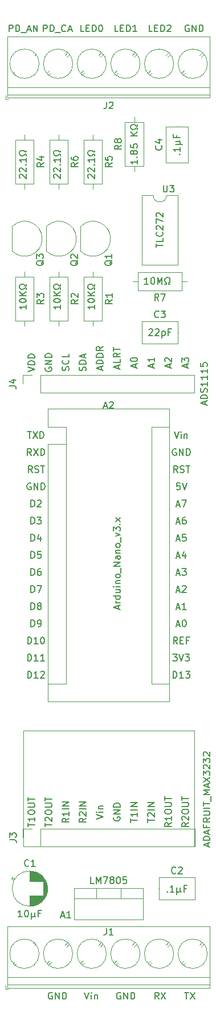
<source format=gbr>
%TF.GenerationSoftware,KiCad,Pcbnew,(6.0.5-0)*%
%TF.CreationDate,2022-07-08T10:13:23-04:00*%
%TF.ProjectId,OBS,4f42532e-6b69-4636-9164-5f7063625858,rev?*%
%TF.SameCoordinates,Original*%
%TF.FileFunction,Legend,Top*%
%TF.FilePolarity,Positive*%
%FSLAX46Y46*%
G04 Gerber Fmt 4.6, Leading zero omitted, Abs format (unit mm)*
G04 Created by KiCad (PCBNEW (6.0.5-0)) date 2022-07-08 10:13:23*
%MOMM*%
%LPD*%
G01*
G04 APERTURE LIST*
%ADD10C,0.120000*%
%ADD11C,0.150000*%
G04 APERTURE END LIST*
D10*
X109220000Y-143510000D02*
X134620000Y-143510000D01*
X134620000Y-143510000D02*
X134620000Y-126365000D01*
X134620000Y-126365000D02*
X109220000Y-126365000D01*
X109220000Y-126365000D02*
X109220000Y-143510000D01*
D11*
X123698095Y-165235000D02*
X123602857Y-165187380D01*
X123460000Y-165187380D01*
X123317142Y-165235000D01*
X123221904Y-165330238D01*
X123174285Y-165425476D01*
X123126666Y-165615952D01*
X123126666Y-165758809D01*
X123174285Y-165949285D01*
X123221904Y-166044523D01*
X123317142Y-166139761D01*
X123460000Y-166187380D01*
X123555238Y-166187380D01*
X123698095Y-166139761D01*
X123745714Y-166092142D01*
X123745714Y-165758809D01*
X123555238Y-165758809D01*
X124174285Y-166187380D02*
X124174285Y-165187380D01*
X124745714Y-166187380D01*
X124745714Y-165187380D01*
X125221904Y-166187380D02*
X125221904Y-165187380D01*
X125460000Y-165187380D01*
X125602857Y-165235000D01*
X125698095Y-165330238D01*
X125745714Y-165425476D01*
X125793333Y-165615952D01*
X125793333Y-165758809D01*
X125745714Y-165949285D01*
X125698095Y-166044523D01*
X125602857Y-166139761D01*
X125460000Y-166187380D01*
X125221904Y-166187380D01*
X132000714Y-108116666D02*
X132476904Y-108116666D01*
X131905476Y-108402380D02*
X132238809Y-107402380D01*
X132572142Y-108402380D01*
X133429285Y-108402380D02*
X132857857Y-108402380D01*
X133143571Y-108402380D02*
X133143571Y-107402380D01*
X133048333Y-107545238D01*
X132953095Y-107640476D01*
X132857857Y-107688095D01*
X123340952Y-22677380D02*
X122864761Y-22677380D01*
X122864761Y-21677380D01*
X123674285Y-22153571D02*
X124007619Y-22153571D01*
X124150476Y-22677380D02*
X123674285Y-22677380D01*
X123674285Y-21677380D01*
X124150476Y-21677380D01*
X124579047Y-22677380D02*
X124579047Y-21677380D01*
X124817142Y-21677380D01*
X124960000Y-21725000D01*
X125055238Y-21820238D01*
X125102857Y-21915476D01*
X125150476Y-22105952D01*
X125150476Y-22248809D01*
X125102857Y-22439285D01*
X125055238Y-22534523D01*
X124960000Y-22629761D01*
X124817142Y-22677380D01*
X124579047Y-22677380D01*
X126102857Y-22677380D02*
X125531428Y-22677380D01*
X125817142Y-22677380D02*
X125817142Y-21677380D01*
X125721904Y-21820238D01*
X125626666Y-21915476D01*
X125531428Y-21963095D01*
X132000714Y-110656666D02*
X132476904Y-110656666D01*
X131905476Y-110942380D02*
X132238809Y-109942380D01*
X132572142Y-110942380D01*
X133095952Y-109942380D02*
X133191190Y-109942380D01*
X133286428Y-109990000D01*
X133334047Y-110037619D01*
X133381666Y-110132857D01*
X133429285Y-110323333D01*
X133429285Y-110561428D01*
X133381666Y-110751904D01*
X133334047Y-110847142D01*
X133286428Y-110894761D01*
X133191190Y-110942380D01*
X133095952Y-110942380D01*
X133000714Y-110894761D01*
X132953095Y-110847142D01*
X132905476Y-110751904D01*
X132857857Y-110561428D01*
X132857857Y-110323333D01*
X132905476Y-110132857D01*
X132953095Y-110037619D01*
X133000714Y-109990000D01*
X133095952Y-109942380D01*
X131262380Y-140025238D02*
X130786190Y-140358571D01*
X131262380Y-140596666D02*
X130262380Y-140596666D01*
X130262380Y-140215714D01*
X130310000Y-140120476D01*
X130357619Y-140072857D01*
X130452857Y-140025238D01*
X130595714Y-140025238D01*
X130690952Y-140072857D01*
X130738571Y-140120476D01*
X130786190Y-140215714D01*
X130786190Y-140596666D01*
X131262380Y-139072857D02*
X131262380Y-139644285D01*
X131262380Y-139358571D02*
X130262380Y-139358571D01*
X130405238Y-139453809D01*
X130500476Y-139549047D01*
X130548095Y-139644285D01*
X130262380Y-138453809D02*
X130262380Y-138263333D01*
X130310000Y-138168095D01*
X130405238Y-138072857D01*
X130595714Y-138025238D01*
X130929047Y-138025238D01*
X131119523Y-138072857D01*
X131214761Y-138168095D01*
X131262380Y-138263333D01*
X131262380Y-138453809D01*
X131214761Y-138549047D01*
X131119523Y-138644285D01*
X130929047Y-138691904D01*
X130595714Y-138691904D01*
X130405238Y-138644285D01*
X130310000Y-138549047D01*
X130262380Y-138453809D01*
X130262380Y-137596666D02*
X131071904Y-137596666D01*
X131167142Y-137549047D01*
X131214761Y-137501428D01*
X131262380Y-137406190D01*
X131262380Y-137215714D01*
X131214761Y-137120476D01*
X131167142Y-137072857D01*
X131071904Y-137025238D01*
X130262380Y-137025238D01*
X130262380Y-136691904D02*
X130262380Y-136120476D01*
X131262380Y-136406190D02*
X130262380Y-136406190D01*
X133802380Y-140025238D02*
X133326190Y-140358571D01*
X133802380Y-140596666D02*
X132802380Y-140596666D01*
X132802380Y-140215714D01*
X132850000Y-140120476D01*
X132897619Y-140072857D01*
X132992857Y-140025238D01*
X133135714Y-140025238D01*
X133230952Y-140072857D01*
X133278571Y-140120476D01*
X133326190Y-140215714D01*
X133326190Y-140596666D01*
X132897619Y-139644285D02*
X132850000Y-139596666D01*
X132802380Y-139501428D01*
X132802380Y-139263333D01*
X132850000Y-139168095D01*
X132897619Y-139120476D01*
X132992857Y-139072857D01*
X133088095Y-139072857D01*
X133230952Y-139120476D01*
X133802380Y-139691904D01*
X133802380Y-139072857D01*
X132802380Y-138453809D02*
X132802380Y-138263333D01*
X132850000Y-138168095D01*
X132945238Y-138072857D01*
X133135714Y-138025238D01*
X133469047Y-138025238D01*
X133659523Y-138072857D01*
X133754761Y-138168095D01*
X133802380Y-138263333D01*
X133802380Y-138453809D01*
X133754761Y-138549047D01*
X133659523Y-138644285D01*
X133469047Y-138691904D01*
X133135714Y-138691904D01*
X132945238Y-138644285D01*
X132850000Y-138549047D01*
X132802380Y-138453809D01*
X132802380Y-137596666D02*
X133611904Y-137596666D01*
X133707142Y-137549047D01*
X133754761Y-137501428D01*
X133802380Y-137406190D01*
X133802380Y-137215714D01*
X133754761Y-137120476D01*
X133707142Y-137072857D01*
X133611904Y-137025238D01*
X132802380Y-137025238D01*
X132802380Y-136691904D02*
X132802380Y-136120476D01*
X133802380Y-136406190D02*
X132802380Y-136406190D01*
X136691666Y-143525000D02*
X136691666Y-143048809D01*
X136977380Y-143620238D02*
X135977380Y-143286904D01*
X136977380Y-142953571D01*
X136977380Y-142620238D02*
X135977380Y-142620238D01*
X135977380Y-142382142D01*
X136025000Y-142239285D01*
X136120238Y-142144047D01*
X136215476Y-142096428D01*
X136405952Y-142048809D01*
X136548809Y-142048809D01*
X136739285Y-142096428D01*
X136834523Y-142144047D01*
X136929761Y-142239285D01*
X136977380Y-142382142D01*
X136977380Y-142620238D01*
X136691666Y-141667857D02*
X136691666Y-141191666D01*
X136977380Y-141763095D02*
X135977380Y-141429761D01*
X136977380Y-141096428D01*
X136453571Y-140429761D02*
X136453571Y-140763095D01*
X136977380Y-140763095D02*
X135977380Y-140763095D01*
X135977380Y-140286904D01*
X136977380Y-139334523D02*
X136501190Y-139667857D01*
X136977380Y-139905952D02*
X135977380Y-139905952D01*
X135977380Y-139525000D01*
X136025000Y-139429761D01*
X136072619Y-139382142D01*
X136167857Y-139334523D01*
X136310714Y-139334523D01*
X136405952Y-139382142D01*
X136453571Y-139429761D01*
X136501190Y-139525000D01*
X136501190Y-139905952D01*
X135977380Y-138905952D02*
X136786904Y-138905952D01*
X136882142Y-138858333D01*
X136929761Y-138810714D01*
X136977380Y-138715476D01*
X136977380Y-138525000D01*
X136929761Y-138429761D01*
X136882142Y-138382142D01*
X136786904Y-138334523D01*
X135977380Y-138334523D01*
X136977380Y-137858333D02*
X135977380Y-137858333D01*
X135977380Y-137525000D02*
X135977380Y-136953571D01*
X136977380Y-137239285D02*
X135977380Y-137239285D01*
X137072619Y-136858333D02*
X137072619Y-136096428D01*
X136977380Y-135858333D02*
X135977380Y-135858333D01*
X136691666Y-135525000D01*
X135977380Y-135191666D01*
X136977380Y-135191666D01*
X136691666Y-134763095D02*
X136691666Y-134286904D01*
X136977380Y-134858333D02*
X135977380Y-134525000D01*
X136977380Y-134191666D01*
X135977380Y-133953571D02*
X136977380Y-133286904D01*
X135977380Y-133286904D02*
X136977380Y-133953571D01*
X135977380Y-133001190D02*
X135977380Y-132382142D01*
X136358333Y-132715476D01*
X136358333Y-132572619D01*
X136405952Y-132477380D01*
X136453571Y-132429761D01*
X136548809Y-132382142D01*
X136786904Y-132382142D01*
X136882142Y-132429761D01*
X136929761Y-132477380D01*
X136977380Y-132572619D01*
X136977380Y-132858333D01*
X136929761Y-132953571D01*
X136882142Y-133001190D01*
X136072619Y-132001190D02*
X136025000Y-131953571D01*
X135977380Y-131858333D01*
X135977380Y-131620238D01*
X136025000Y-131525000D01*
X136072619Y-131477380D01*
X136167857Y-131429761D01*
X136263095Y-131429761D01*
X136405952Y-131477380D01*
X136977380Y-132048809D01*
X136977380Y-131429761D01*
X135977380Y-131096428D02*
X135977380Y-130477380D01*
X136358333Y-130810714D01*
X136358333Y-130667857D01*
X136405952Y-130572619D01*
X136453571Y-130525000D01*
X136548809Y-130477380D01*
X136786904Y-130477380D01*
X136882142Y-130525000D01*
X136929761Y-130572619D01*
X136977380Y-130667857D01*
X136977380Y-130953571D01*
X136929761Y-131048809D01*
X136882142Y-131096428D01*
X136072619Y-130096428D02*
X136025000Y-130048809D01*
X135977380Y-129953571D01*
X135977380Y-129715476D01*
X136025000Y-129620238D01*
X136072619Y-129572619D01*
X136167857Y-129525000D01*
X136263095Y-129525000D01*
X136405952Y-129572619D01*
X136977380Y-130144047D01*
X136977380Y-129525000D01*
X131691190Y-82002380D02*
X132024523Y-83002380D01*
X132357857Y-82002380D01*
X132691190Y-83002380D02*
X132691190Y-82335714D01*
X132691190Y-82002380D02*
X132643571Y-82050000D01*
X132691190Y-82097619D01*
X132738809Y-82050000D01*
X132691190Y-82002380D01*
X132691190Y-82097619D01*
X133167380Y-82335714D02*
X133167380Y-83002380D01*
X133167380Y-82430952D02*
X133215000Y-82383333D01*
X133310238Y-82335714D01*
X133453095Y-82335714D01*
X133548333Y-82383333D01*
X133595952Y-82478571D01*
X133595952Y-83002380D01*
X128420952Y-22677380D02*
X127944761Y-22677380D01*
X127944761Y-21677380D01*
X128754285Y-22153571D02*
X129087619Y-22153571D01*
X129230476Y-22677380D02*
X128754285Y-22677380D01*
X128754285Y-21677380D01*
X129230476Y-21677380D01*
X129659047Y-22677380D02*
X129659047Y-21677380D01*
X129897142Y-21677380D01*
X130040000Y-21725000D01*
X130135238Y-21820238D01*
X130182857Y-21915476D01*
X130230476Y-22105952D01*
X130230476Y-22248809D01*
X130182857Y-22439285D01*
X130135238Y-22534523D01*
X130040000Y-22629761D01*
X129897142Y-22677380D01*
X129659047Y-22677380D01*
X130611428Y-21772619D02*
X130659047Y-21725000D01*
X130754285Y-21677380D01*
X130992380Y-21677380D01*
X131087619Y-21725000D01*
X131135238Y-21772619D01*
X131182857Y-21867857D01*
X131182857Y-21963095D01*
X131135238Y-22105952D01*
X130563809Y-22677380D01*
X131182857Y-22677380D01*
X133858095Y-21725000D02*
X133762857Y-21677380D01*
X133620000Y-21677380D01*
X133477142Y-21725000D01*
X133381904Y-21820238D01*
X133334285Y-21915476D01*
X133286666Y-22105952D01*
X133286666Y-22248809D01*
X133334285Y-22439285D01*
X133381904Y-22534523D01*
X133477142Y-22629761D01*
X133620000Y-22677380D01*
X133715238Y-22677380D01*
X133858095Y-22629761D01*
X133905714Y-22582142D01*
X133905714Y-22248809D01*
X133715238Y-22248809D01*
X134334285Y-22677380D02*
X134334285Y-21677380D01*
X134905714Y-22677380D01*
X134905714Y-21677380D01*
X135381904Y-22677380D02*
X135381904Y-21677380D01*
X135620000Y-21677380D01*
X135762857Y-21725000D01*
X135858095Y-21820238D01*
X135905714Y-21915476D01*
X135953333Y-22105952D01*
X135953333Y-22248809D01*
X135905714Y-22439285D01*
X135858095Y-22534523D01*
X135762857Y-22629761D01*
X135620000Y-22677380D01*
X135381904Y-22677380D01*
X113538095Y-165235000D02*
X113442857Y-165187380D01*
X113300000Y-165187380D01*
X113157142Y-165235000D01*
X113061904Y-165330238D01*
X113014285Y-165425476D01*
X112966666Y-165615952D01*
X112966666Y-165758809D01*
X113014285Y-165949285D01*
X113061904Y-166044523D01*
X113157142Y-166139761D01*
X113300000Y-166187380D01*
X113395238Y-166187380D01*
X113538095Y-166139761D01*
X113585714Y-166092142D01*
X113585714Y-165758809D01*
X113395238Y-165758809D01*
X114014285Y-166187380D02*
X114014285Y-165187380D01*
X114585714Y-166187380D01*
X114585714Y-165187380D01*
X115061904Y-166187380D02*
X115061904Y-165187380D01*
X115300000Y-165187380D01*
X115442857Y-165235000D01*
X115538095Y-165330238D01*
X115585714Y-165425476D01*
X115633333Y-165615952D01*
X115633333Y-165758809D01*
X115585714Y-165949285D01*
X115538095Y-166044523D01*
X115442857Y-166139761D01*
X115300000Y-166187380D01*
X115061904Y-166187380D01*
X110577380Y-88082380D02*
X110244047Y-87606190D01*
X110005952Y-88082380D02*
X110005952Y-87082380D01*
X110386904Y-87082380D01*
X110482142Y-87130000D01*
X110529761Y-87177619D01*
X110577380Y-87272857D01*
X110577380Y-87415714D01*
X110529761Y-87510952D01*
X110482142Y-87558571D01*
X110386904Y-87606190D01*
X110005952Y-87606190D01*
X110958333Y-88034761D02*
X111101190Y-88082380D01*
X111339285Y-88082380D01*
X111434523Y-88034761D01*
X111482142Y-87987142D01*
X111529761Y-87891904D01*
X111529761Y-87796666D01*
X111482142Y-87701428D01*
X111434523Y-87653809D01*
X111339285Y-87606190D01*
X111148809Y-87558571D01*
X111053571Y-87510952D01*
X111005952Y-87463333D01*
X110958333Y-87368095D01*
X110958333Y-87272857D01*
X111005952Y-87177619D01*
X111053571Y-87130000D01*
X111148809Y-87082380D01*
X111386904Y-87082380D01*
X111529761Y-87130000D01*
X111815476Y-87082380D02*
X112386904Y-87082380D01*
X112101190Y-88082380D02*
X112101190Y-87082380D01*
X110386904Y-100782380D02*
X110386904Y-99782380D01*
X110625000Y-99782380D01*
X110767857Y-99830000D01*
X110863095Y-99925238D01*
X110910714Y-100020476D01*
X110958333Y-100210952D01*
X110958333Y-100353809D01*
X110910714Y-100544285D01*
X110863095Y-100639523D01*
X110767857Y-100734761D01*
X110625000Y-100782380D01*
X110386904Y-100782380D01*
X111863095Y-99782380D02*
X111386904Y-99782380D01*
X111339285Y-100258571D01*
X111386904Y-100210952D01*
X111482142Y-100163333D01*
X111720238Y-100163333D01*
X111815476Y-100210952D01*
X111863095Y-100258571D01*
X111910714Y-100353809D01*
X111910714Y-100591904D01*
X111863095Y-100687142D01*
X111815476Y-100734761D01*
X111720238Y-100782380D01*
X111482142Y-100782380D01*
X111386904Y-100734761D01*
X111339285Y-100687142D01*
X112482380Y-140620476D02*
X112482380Y-140049047D01*
X113482380Y-140334761D02*
X112482380Y-140334761D01*
X112577619Y-139763333D02*
X112530000Y-139715714D01*
X112482380Y-139620476D01*
X112482380Y-139382380D01*
X112530000Y-139287142D01*
X112577619Y-139239523D01*
X112672857Y-139191904D01*
X112768095Y-139191904D01*
X112910952Y-139239523D01*
X113482380Y-139810952D01*
X113482380Y-139191904D01*
X112482380Y-138572857D02*
X112482380Y-138382380D01*
X112530000Y-138287142D01*
X112625238Y-138191904D01*
X112815714Y-138144285D01*
X113149047Y-138144285D01*
X113339523Y-138191904D01*
X113434761Y-138287142D01*
X113482380Y-138382380D01*
X113482380Y-138572857D01*
X113434761Y-138668095D01*
X113339523Y-138763333D01*
X113149047Y-138810952D01*
X112815714Y-138810952D01*
X112625238Y-138763333D01*
X112530000Y-138668095D01*
X112482380Y-138572857D01*
X112482380Y-137715714D02*
X113291904Y-137715714D01*
X113387142Y-137668095D01*
X113434761Y-137620476D01*
X113482380Y-137525238D01*
X113482380Y-137334761D01*
X113434761Y-137239523D01*
X113387142Y-137191904D01*
X113291904Y-137144285D01*
X112482380Y-137144285D01*
X112482380Y-136810952D02*
X112482380Y-136239523D01*
X113482380Y-136525238D02*
X112482380Y-136525238D01*
X115974761Y-72945476D02*
X116022380Y-72802619D01*
X116022380Y-72564523D01*
X115974761Y-72469285D01*
X115927142Y-72421666D01*
X115831904Y-72374047D01*
X115736666Y-72374047D01*
X115641428Y-72421666D01*
X115593809Y-72469285D01*
X115546190Y-72564523D01*
X115498571Y-72755000D01*
X115450952Y-72850238D01*
X115403333Y-72897857D01*
X115308095Y-72945476D01*
X115212857Y-72945476D01*
X115117619Y-72897857D01*
X115070000Y-72850238D01*
X115022380Y-72755000D01*
X115022380Y-72516904D01*
X115070000Y-72374047D01*
X115927142Y-71374047D02*
X115974761Y-71421666D01*
X116022380Y-71564523D01*
X116022380Y-71659761D01*
X115974761Y-71802619D01*
X115879523Y-71897857D01*
X115784285Y-71945476D01*
X115593809Y-71993095D01*
X115450952Y-71993095D01*
X115260476Y-71945476D01*
X115165238Y-71897857D01*
X115070000Y-71802619D01*
X115022380Y-71659761D01*
X115022380Y-71564523D01*
X115070000Y-71421666D01*
X115117619Y-71374047D01*
X116022380Y-70469285D02*
X116022380Y-70945476D01*
X115022380Y-70945476D01*
X131953095Y-84590000D02*
X131857857Y-84542380D01*
X131715000Y-84542380D01*
X131572142Y-84590000D01*
X131476904Y-84685238D01*
X131429285Y-84780476D01*
X131381666Y-84970952D01*
X131381666Y-85113809D01*
X131429285Y-85304285D01*
X131476904Y-85399523D01*
X131572142Y-85494761D01*
X131715000Y-85542380D01*
X131810238Y-85542380D01*
X131953095Y-85494761D01*
X132000714Y-85447142D01*
X132000714Y-85113809D01*
X131810238Y-85113809D01*
X132429285Y-85542380D02*
X132429285Y-84542380D01*
X133000714Y-85542380D01*
X133000714Y-84542380D01*
X133476904Y-85542380D02*
X133476904Y-84542380D01*
X133715000Y-84542380D01*
X133857857Y-84590000D01*
X133953095Y-84685238D01*
X134000714Y-84780476D01*
X134048333Y-84970952D01*
X134048333Y-85113809D01*
X134000714Y-85304285D01*
X133953095Y-85399523D01*
X133857857Y-85494761D01*
X133715000Y-85542380D01*
X133476904Y-85542380D01*
X132000714Y-95416666D02*
X132476904Y-95416666D01*
X131905476Y-95702380D02*
X132238809Y-94702380D01*
X132572142Y-95702380D01*
X133334047Y-94702380D02*
X133143571Y-94702380D01*
X133048333Y-94750000D01*
X133000714Y-94797619D01*
X132905476Y-94940476D01*
X132857857Y-95130952D01*
X132857857Y-95511904D01*
X132905476Y-95607142D01*
X132953095Y-95654761D01*
X133048333Y-95702380D01*
X133238809Y-95702380D01*
X133334047Y-95654761D01*
X133381666Y-95607142D01*
X133429285Y-95511904D01*
X133429285Y-95273809D01*
X133381666Y-95178571D01*
X133334047Y-95130952D01*
X133238809Y-95083333D01*
X133048333Y-95083333D01*
X132953095Y-95130952D01*
X132905476Y-95178571D01*
X132857857Y-95273809D01*
X132167380Y-88082380D02*
X131834047Y-87606190D01*
X131595952Y-88082380D02*
X131595952Y-87082380D01*
X131976904Y-87082380D01*
X132072142Y-87130000D01*
X132119761Y-87177619D01*
X132167380Y-87272857D01*
X132167380Y-87415714D01*
X132119761Y-87510952D01*
X132072142Y-87558571D01*
X131976904Y-87606190D01*
X131595952Y-87606190D01*
X132548333Y-88034761D02*
X132691190Y-88082380D01*
X132929285Y-88082380D01*
X133024523Y-88034761D01*
X133072142Y-87987142D01*
X133119761Y-87891904D01*
X133119761Y-87796666D01*
X133072142Y-87701428D01*
X133024523Y-87653809D01*
X132929285Y-87606190D01*
X132738809Y-87558571D01*
X132643571Y-87510952D01*
X132595952Y-87463333D01*
X132548333Y-87368095D01*
X132548333Y-87272857D01*
X132595952Y-87177619D01*
X132643571Y-87130000D01*
X132738809Y-87082380D01*
X132976904Y-87082380D01*
X133119761Y-87130000D01*
X133405476Y-87082380D02*
X133976904Y-87082380D01*
X133691190Y-88082380D02*
X133691190Y-87082380D01*
X132000714Y-105576666D02*
X132476904Y-105576666D01*
X131905476Y-105862380D02*
X132238809Y-104862380D01*
X132572142Y-105862380D01*
X132857857Y-104957619D02*
X132905476Y-104910000D01*
X133000714Y-104862380D01*
X133238809Y-104862380D01*
X133334047Y-104910000D01*
X133381666Y-104957619D01*
X133429285Y-105052857D01*
X133429285Y-105148095D01*
X133381666Y-105290952D01*
X132810238Y-105862380D01*
X133429285Y-105862380D01*
X109910714Y-118562380D02*
X109910714Y-117562380D01*
X110148809Y-117562380D01*
X110291666Y-117610000D01*
X110386904Y-117705238D01*
X110434523Y-117800476D01*
X110482142Y-117990952D01*
X110482142Y-118133809D01*
X110434523Y-118324285D01*
X110386904Y-118419523D01*
X110291666Y-118514761D01*
X110148809Y-118562380D01*
X109910714Y-118562380D01*
X111434523Y-118562380D02*
X110863095Y-118562380D01*
X111148809Y-118562380D02*
X111148809Y-117562380D01*
X111053571Y-117705238D01*
X110958333Y-117800476D01*
X110863095Y-117848095D01*
X111815476Y-117657619D02*
X111863095Y-117610000D01*
X111958333Y-117562380D01*
X112196428Y-117562380D01*
X112291666Y-117610000D01*
X112339285Y-117657619D01*
X112386904Y-117752857D01*
X112386904Y-117848095D01*
X112339285Y-117990952D01*
X111767857Y-118562380D01*
X112386904Y-118562380D01*
X110363095Y-89670000D02*
X110267857Y-89622380D01*
X110125000Y-89622380D01*
X109982142Y-89670000D01*
X109886904Y-89765238D01*
X109839285Y-89860476D01*
X109791666Y-90050952D01*
X109791666Y-90193809D01*
X109839285Y-90384285D01*
X109886904Y-90479523D01*
X109982142Y-90574761D01*
X110125000Y-90622380D01*
X110220238Y-90622380D01*
X110363095Y-90574761D01*
X110410714Y-90527142D01*
X110410714Y-90193809D01*
X110220238Y-90193809D01*
X110839285Y-90622380D02*
X110839285Y-89622380D01*
X111410714Y-90622380D01*
X111410714Y-89622380D01*
X111886904Y-90622380D02*
X111886904Y-89622380D01*
X112125000Y-89622380D01*
X112267857Y-89670000D01*
X112363095Y-89765238D01*
X112410714Y-89860476D01*
X112458333Y-90050952D01*
X112458333Y-90193809D01*
X112410714Y-90384285D01*
X112363095Y-90479523D01*
X112267857Y-90574761D01*
X112125000Y-90622380D01*
X111886904Y-90622380D01*
X110386904Y-95702380D02*
X110386904Y-94702380D01*
X110625000Y-94702380D01*
X110767857Y-94750000D01*
X110863095Y-94845238D01*
X110910714Y-94940476D01*
X110958333Y-95130952D01*
X110958333Y-95273809D01*
X110910714Y-95464285D01*
X110863095Y-95559523D01*
X110767857Y-95654761D01*
X110625000Y-95702380D01*
X110386904Y-95702380D01*
X111291666Y-94702380D02*
X111910714Y-94702380D01*
X111577380Y-95083333D01*
X111720238Y-95083333D01*
X111815476Y-95130952D01*
X111863095Y-95178571D01*
X111910714Y-95273809D01*
X111910714Y-95511904D01*
X111863095Y-95607142D01*
X111815476Y-95654761D01*
X111720238Y-95702380D01*
X111434523Y-95702380D01*
X111339285Y-95654761D01*
X111291666Y-95607142D01*
X112530000Y-72516904D02*
X112482380Y-72612142D01*
X112482380Y-72755000D01*
X112530000Y-72897857D01*
X112625238Y-72993095D01*
X112720476Y-73040714D01*
X112910952Y-73088333D01*
X113053809Y-73088333D01*
X113244285Y-73040714D01*
X113339523Y-72993095D01*
X113434761Y-72897857D01*
X113482380Y-72755000D01*
X113482380Y-72659761D01*
X113434761Y-72516904D01*
X113387142Y-72469285D01*
X113053809Y-72469285D01*
X113053809Y-72659761D01*
X113482380Y-72040714D02*
X112482380Y-72040714D01*
X113482380Y-71469285D01*
X112482380Y-71469285D01*
X113482380Y-70993095D02*
X112482380Y-70993095D01*
X112482380Y-70755000D01*
X112530000Y-70612142D01*
X112625238Y-70516904D01*
X112720476Y-70469285D01*
X112910952Y-70421666D01*
X113053809Y-70421666D01*
X113244285Y-70469285D01*
X113339523Y-70516904D01*
X113434761Y-70612142D01*
X113482380Y-70755000D01*
X113482380Y-70993095D01*
X110386904Y-105862380D02*
X110386904Y-104862380D01*
X110625000Y-104862380D01*
X110767857Y-104910000D01*
X110863095Y-105005238D01*
X110910714Y-105100476D01*
X110958333Y-105290952D01*
X110958333Y-105433809D01*
X110910714Y-105624285D01*
X110863095Y-105719523D01*
X110767857Y-105814761D01*
X110625000Y-105862380D01*
X110386904Y-105862380D01*
X111291666Y-104862380D02*
X111958333Y-104862380D01*
X111529761Y-105862380D01*
X131500714Y-118562380D02*
X131500714Y-117562380D01*
X131738809Y-117562380D01*
X131881666Y-117610000D01*
X131976904Y-117705238D01*
X132024523Y-117800476D01*
X132072142Y-117990952D01*
X132072142Y-118133809D01*
X132024523Y-118324285D01*
X131976904Y-118419523D01*
X131881666Y-118514761D01*
X131738809Y-118562380D01*
X131500714Y-118562380D01*
X133024523Y-118562380D02*
X132453095Y-118562380D01*
X132738809Y-118562380D02*
X132738809Y-117562380D01*
X132643571Y-117705238D01*
X132548333Y-117800476D01*
X132453095Y-117848095D01*
X133357857Y-117562380D02*
X133976904Y-117562380D01*
X133643571Y-117943333D01*
X133786428Y-117943333D01*
X133881666Y-117990952D01*
X133929285Y-118038571D01*
X133976904Y-118133809D01*
X133976904Y-118371904D01*
X133929285Y-118467142D01*
X133881666Y-118514761D01*
X133786428Y-118562380D01*
X133500714Y-118562380D01*
X133405476Y-118514761D01*
X133357857Y-118467142D01*
X122690000Y-139191904D02*
X122642380Y-139287142D01*
X122642380Y-139430000D01*
X122690000Y-139572857D01*
X122785238Y-139668095D01*
X122880476Y-139715714D01*
X123070952Y-139763333D01*
X123213809Y-139763333D01*
X123404285Y-139715714D01*
X123499523Y-139668095D01*
X123594761Y-139572857D01*
X123642380Y-139430000D01*
X123642380Y-139334761D01*
X123594761Y-139191904D01*
X123547142Y-139144285D01*
X123213809Y-139144285D01*
X123213809Y-139334761D01*
X123642380Y-138715714D02*
X122642380Y-138715714D01*
X123642380Y-138144285D01*
X122642380Y-138144285D01*
X123642380Y-137668095D02*
X122642380Y-137668095D01*
X122642380Y-137430000D01*
X122690000Y-137287142D01*
X122785238Y-137191904D01*
X122880476Y-137144285D01*
X123070952Y-137096666D01*
X123213809Y-137096666D01*
X123404285Y-137144285D01*
X123499523Y-137191904D01*
X123594761Y-137287142D01*
X123642380Y-137430000D01*
X123642380Y-137668095D01*
X132000714Y-97956666D02*
X132476904Y-97956666D01*
X131905476Y-98242380D02*
X132238809Y-97242380D01*
X132572142Y-98242380D01*
X133381666Y-97242380D02*
X132905476Y-97242380D01*
X132857857Y-97718571D01*
X132905476Y-97670952D01*
X133000714Y-97623333D01*
X133238809Y-97623333D01*
X133334047Y-97670952D01*
X133381666Y-97718571D01*
X133429285Y-97813809D01*
X133429285Y-98051904D01*
X133381666Y-98147142D01*
X133334047Y-98194761D01*
X133238809Y-98242380D01*
X133000714Y-98242380D01*
X132905476Y-98194761D01*
X132857857Y-98147142D01*
X109910714Y-116022380D02*
X109910714Y-115022380D01*
X110148809Y-115022380D01*
X110291666Y-115070000D01*
X110386904Y-115165238D01*
X110434523Y-115260476D01*
X110482142Y-115450952D01*
X110482142Y-115593809D01*
X110434523Y-115784285D01*
X110386904Y-115879523D01*
X110291666Y-115974761D01*
X110148809Y-116022380D01*
X109910714Y-116022380D01*
X111434523Y-116022380D02*
X110863095Y-116022380D01*
X111148809Y-116022380D02*
X111148809Y-115022380D01*
X111053571Y-115165238D01*
X110958333Y-115260476D01*
X110863095Y-115308095D01*
X112386904Y-116022380D02*
X111815476Y-116022380D01*
X112101190Y-116022380D02*
X112101190Y-115022380D01*
X112005952Y-115165238D01*
X111910714Y-115260476D01*
X111815476Y-115308095D01*
X107124761Y-22677380D02*
X107124761Y-21677380D01*
X107505714Y-21677380D01*
X107600952Y-21725000D01*
X107648571Y-21772619D01*
X107696190Y-21867857D01*
X107696190Y-22010714D01*
X107648571Y-22105952D01*
X107600952Y-22153571D01*
X107505714Y-22201190D01*
X107124761Y-22201190D01*
X108124761Y-22677380D02*
X108124761Y-21677380D01*
X108362857Y-21677380D01*
X108505714Y-21725000D01*
X108600952Y-21820238D01*
X108648571Y-21915476D01*
X108696190Y-22105952D01*
X108696190Y-22248809D01*
X108648571Y-22439285D01*
X108600952Y-22534523D01*
X108505714Y-22629761D01*
X108362857Y-22677380D01*
X108124761Y-22677380D01*
X108886666Y-22772619D02*
X109648571Y-22772619D01*
X109839047Y-22391666D02*
X110315238Y-22391666D01*
X109743809Y-22677380D02*
X110077142Y-21677380D01*
X110410476Y-22677380D01*
X110743809Y-22677380D02*
X110743809Y-21677380D01*
X111315238Y-22677380D01*
X111315238Y-21677380D01*
X132000714Y-100496666D02*
X132476904Y-100496666D01*
X131905476Y-100782380D02*
X132238809Y-99782380D01*
X132572142Y-100782380D01*
X133334047Y-100115714D02*
X133334047Y-100782380D01*
X133095952Y-99734761D02*
X132857857Y-100449047D01*
X133476904Y-100449047D01*
X133516666Y-72469285D02*
X133516666Y-71993095D01*
X133802380Y-72564523D02*
X132802380Y-72231190D01*
X133802380Y-71897857D01*
X132802380Y-71659761D02*
X132802380Y-71040714D01*
X133183333Y-71374047D01*
X133183333Y-71231190D01*
X133230952Y-71135952D01*
X133278571Y-71088333D01*
X133373809Y-71040714D01*
X133611904Y-71040714D01*
X133707142Y-71088333D01*
X133754761Y-71135952D01*
X133802380Y-71231190D01*
X133802380Y-71516904D01*
X133754761Y-71612142D01*
X133707142Y-71659761D01*
X132000714Y-92876666D02*
X132476904Y-92876666D01*
X131905476Y-93162380D02*
X132238809Y-92162380D01*
X132572142Y-93162380D01*
X132810238Y-92162380D02*
X133476904Y-92162380D01*
X133048333Y-93162380D01*
X118260952Y-22677380D02*
X117784761Y-22677380D01*
X117784761Y-21677380D01*
X118594285Y-22153571D02*
X118927619Y-22153571D01*
X119070476Y-22677380D02*
X118594285Y-22677380D01*
X118594285Y-21677380D01*
X119070476Y-21677380D01*
X119499047Y-22677380D02*
X119499047Y-21677380D01*
X119737142Y-21677380D01*
X119880000Y-21725000D01*
X119975238Y-21820238D01*
X120022857Y-21915476D01*
X120070476Y-22105952D01*
X120070476Y-22248809D01*
X120022857Y-22439285D01*
X119975238Y-22534523D01*
X119880000Y-22629761D01*
X119737142Y-22677380D01*
X119499047Y-22677380D01*
X120689523Y-21677380D02*
X120784761Y-21677380D01*
X120880000Y-21725000D01*
X120927619Y-21772619D01*
X120975238Y-21867857D01*
X121022857Y-22058333D01*
X121022857Y-22296428D01*
X120975238Y-22486904D01*
X120927619Y-22582142D01*
X120880000Y-22629761D01*
X120784761Y-22677380D01*
X120689523Y-22677380D01*
X120594285Y-22629761D01*
X120546666Y-22582142D01*
X120499047Y-22486904D01*
X120451428Y-22296428D01*
X120451428Y-22058333D01*
X120499047Y-21867857D01*
X120546666Y-21772619D01*
X120594285Y-21725000D01*
X120689523Y-21677380D01*
X132524523Y-89622380D02*
X132048333Y-89622380D01*
X132000714Y-90098571D01*
X132048333Y-90050952D01*
X132143571Y-90003333D01*
X132381666Y-90003333D01*
X132476904Y-90050952D01*
X132524523Y-90098571D01*
X132572142Y-90193809D01*
X132572142Y-90431904D01*
X132524523Y-90527142D01*
X132476904Y-90574761D01*
X132381666Y-90622380D01*
X132143571Y-90622380D01*
X132048333Y-90574761D01*
X132000714Y-90527142D01*
X132857857Y-89622380D02*
X133191190Y-90622380D01*
X133524523Y-89622380D01*
X118356190Y-165187380D02*
X118689523Y-166187380D01*
X119022857Y-165187380D01*
X119356190Y-166187380D02*
X119356190Y-165520714D01*
X119356190Y-165187380D02*
X119308571Y-165235000D01*
X119356190Y-165282619D01*
X119403809Y-165235000D01*
X119356190Y-165187380D01*
X119356190Y-165282619D01*
X119832380Y-165520714D02*
X119832380Y-166187380D01*
X119832380Y-165615952D02*
X119880000Y-165568333D01*
X119975238Y-165520714D01*
X120118095Y-165520714D01*
X120213333Y-165568333D01*
X120260952Y-165663571D01*
X120260952Y-166187380D01*
X132000714Y-103036666D02*
X132476904Y-103036666D01*
X131905476Y-103322380D02*
X132238809Y-102322380D01*
X132572142Y-103322380D01*
X132810238Y-102322380D02*
X133429285Y-102322380D01*
X133095952Y-102703333D01*
X133238809Y-102703333D01*
X133334047Y-102750952D01*
X133381666Y-102798571D01*
X133429285Y-102893809D01*
X133429285Y-103131904D01*
X133381666Y-103227142D01*
X133334047Y-103274761D01*
X133238809Y-103322380D01*
X132953095Y-103322380D01*
X132857857Y-103274761D01*
X132810238Y-103227142D01*
X109863095Y-82002380D02*
X110434523Y-82002380D01*
X110148809Y-83002380D02*
X110148809Y-82002380D01*
X110672619Y-82002380D02*
X111339285Y-83002380D01*
X111339285Y-82002380D02*
X110672619Y-83002380D01*
X111720238Y-83002380D02*
X111720238Y-82002380D01*
X111958333Y-82002380D01*
X112101190Y-82050000D01*
X112196428Y-82145238D01*
X112244047Y-82240476D01*
X112291666Y-82430952D01*
X112291666Y-82573809D01*
X112244047Y-82764285D01*
X112196428Y-82859523D01*
X112101190Y-82954761D01*
X111958333Y-83002380D01*
X111720238Y-83002380D01*
X120102380Y-139453809D02*
X121102380Y-139120476D01*
X120102380Y-138787142D01*
X121102380Y-138453809D02*
X120435714Y-138453809D01*
X120102380Y-138453809D02*
X120150000Y-138501428D01*
X120197619Y-138453809D01*
X120150000Y-138406190D01*
X120102380Y-138453809D01*
X120197619Y-138453809D01*
X120435714Y-137977619D02*
X121102380Y-137977619D01*
X120530952Y-137977619D02*
X120483333Y-137930000D01*
X120435714Y-137834761D01*
X120435714Y-137691904D01*
X120483333Y-137596666D01*
X120578571Y-137549047D01*
X121102380Y-137549047D01*
X118562380Y-139358571D02*
X118086190Y-139691904D01*
X118562380Y-139930000D02*
X117562380Y-139930000D01*
X117562380Y-139549047D01*
X117610000Y-139453809D01*
X117657619Y-139406190D01*
X117752857Y-139358571D01*
X117895714Y-139358571D01*
X117990952Y-139406190D01*
X118038571Y-139453809D01*
X118086190Y-139549047D01*
X118086190Y-139930000D01*
X117657619Y-138977619D02*
X117610000Y-138930000D01*
X117562380Y-138834761D01*
X117562380Y-138596666D01*
X117610000Y-138501428D01*
X117657619Y-138453809D01*
X117752857Y-138406190D01*
X117848095Y-138406190D01*
X117990952Y-138453809D01*
X118562380Y-139025238D01*
X118562380Y-138406190D01*
X118562380Y-137977619D02*
X117562380Y-137977619D01*
X118562380Y-137501428D02*
X117562380Y-137501428D01*
X118562380Y-136930000D01*
X117562380Y-136930000D01*
X125896666Y-72469285D02*
X125896666Y-71993095D01*
X126182380Y-72564523D02*
X125182380Y-72231190D01*
X126182380Y-71897857D01*
X125182380Y-71374047D02*
X125182380Y-71278809D01*
X125230000Y-71183571D01*
X125277619Y-71135952D01*
X125372857Y-71088333D01*
X125563333Y-71040714D01*
X125801428Y-71040714D01*
X125991904Y-71088333D01*
X126087142Y-71135952D01*
X126134761Y-71183571D01*
X126182380Y-71278809D01*
X126182380Y-71374047D01*
X126134761Y-71469285D01*
X126087142Y-71516904D01*
X125991904Y-71564523D01*
X125801428Y-71612142D01*
X125563333Y-71612142D01*
X125372857Y-71564523D01*
X125277619Y-71516904D01*
X125230000Y-71469285D01*
X125182380Y-71374047D01*
X120816666Y-72858095D02*
X120816666Y-72381904D01*
X121102380Y-72953333D02*
X120102380Y-72620000D01*
X121102380Y-72286666D01*
X121102380Y-71953333D02*
X120102380Y-71953333D01*
X120102380Y-71715238D01*
X120150000Y-71572380D01*
X120245238Y-71477142D01*
X120340476Y-71429523D01*
X120530952Y-71381904D01*
X120673809Y-71381904D01*
X120864285Y-71429523D01*
X120959523Y-71477142D01*
X121054761Y-71572380D01*
X121102380Y-71715238D01*
X121102380Y-71953333D01*
X121102380Y-70953333D02*
X120102380Y-70953333D01*
X120102380Y-70715238D01*
X120150000Y-70572380D01*
X120245238Y-70477142D01*
X120340476Y-70429523D01*
X120530952Y-70381904D01*
X120673809Y-70381904D01*
X120864285Y-70429523D01*
X120959523Y-70477142D01*
X121054761Y-70572380D01*
X121102380Y-70715238D01*
X121102380Y-70953333D01*
X121102380Y-69381904D02*
X120626190Y-69715238D01*
X121102380Y-69953333D02*
X120102380Y-69953333D01*
X120102380Y-69572380D01*
X120150000Y-69477142D01*
X120197619Y-69429523D01*
X120292857Y-69381904D01*
X120435714Y-69381904D01*
X120530952Y-69429523D01*
X120578571Y-69477142D01*
X120626190Y-69572380D01*
X120626190Y-69953333D01*
X123356666Y-72643809D02*
X123356666Y-72167619D01*
X123642380Y-72739047D02*
X122642380Y-72405714D01*
X123642380Y-72072380D01*
X123642380Y-71262857D02*
X123642380Y-71739047D01*
X122642380Y-71739047D01*
X123642380Y-70358095D02*
X123166190Y-70691428D01*
X123642380Y-70929523D02*
X122642380Y-70929523D01*
X122642380Y-70548571D01*
X122690000Y-70453333D01*
X122737619Y-70405714D01*
X122832857Y-70358095D01*
X122975714Y-70358095D01*
X123070952Y-70405714D01*
X123118571Y-70453333D01*
X123166190Y-70548571D01*
X123166190Y-70929523D01*
X122642380Y-70072380D02*
X122642380Y-69500952D01*
X123642380Y-69786666D02*
X122642380Y-69786666D01*
X109942380Y-140620476D02*
X109942380Y-140049047D01*
X110942380Y-140334761D02*
X109942380Y-140334761D01*
X110942380Y-139191904D02*
X110942380Y-139763333D01*
X110942380Y-139477619D02*
X109942380Y-139477619D01*
X110085238Y-139572857D01*
X110180476Y-139668095D01*
X110228095Y-139763333D01*
X109942380Y-138572857D02*
X109942380Y-138382380D01*
X109990000Y-138287142D01*
X110085238Y-138191904D01*
X110275714Y-138144285D01*
X110609047Y-138144285D01*
X110799523Y-138191904D01*
X110894761Y-138287142D01*
X110942380Y-138382380D01*
X110942380Y-138572857D01*
X110894761Y-138668095D01*
X110799523Y-138763333D01*
X110609047Y-138810952D01*
X110275714Y-138810952D01*
X110085238Y-138763333D01*
X109990000Y-138668095D01*
X109942380Y-138572857D01*
X109942380Y-137715714D02*
X110751904Y-137715714D01*
X110847142Y-137668095D01*
X110894761Y-137620476D01*
X110942380Y-137525238D01*
X110942380Y-137334761D01*
X110894761Y-137239523D01*
X110847142Y-137191904D01*
X110751904Y-137144285D01*
X109942380Y-137144285D01*
X109942380Y-136810952D02*
X109942380Y-136239523D01*
X110942380Y-136525238D02*
X109942380Y-136525238D01*
X118514761Y-72969285D02*
X118562380Y-72826428D01*
X118562380Y-72588333D01*
X118514761Y-72493095D01*
X118467142Y-72445476D01*
X118371904Y-72397857D01*
X118276666Y-72397857D01*
X118181428Y-72445476D01*
X118133809Y-72493095D01*
X118086190Y-72588333D01*
X118038571Y-72778809D01*
X117990952Y-72874047D01*
X117943333Y-72921666D01*
X117848095Y-72969285D01*
X117752857Y-72969285D01*
X117657619Y-72921666D01*
X117610000Y-72874047D01*
X117562380Y-72778809D01*
X117562380Y-72540714D01*
X117610000Y-72397857D01*
X118562380Y-71969285D02*
X117562380Y-71969285D01*
X117562380Y-71731190D01*
X117610000Y-71588333D01*
X117705238Y-71493095D01*
X117800476Y-71445476D01*
X117990952Y-71397857D01*
X118133809Y-71397857D01*
X118324285Y-71445476D01*
X118419523Y-71493095D01*
X118514761Y-71588333D01*
X118562380Y-71731190D01*
X118562380Y-71969285D01*
X118276666Y-71016904D02*
X118276666Y-70540714D01*
X118562380Y-71112142D02*
X117562380Y-70778809D01*
X118562380Y-70445476D01*
X127722380Y-139953809D02*
X127722380Y-139382380D01*
X128722380Y-139668095D02*
X127722380Y-139668095D01*
X127817619Y-139096666D02*
X127770000Y-139049047D01*
X127722380Y-138953809D01*
X127722380Y-138715714D01*
X127770000Y-138620476D01*
X127817619Y-138572857D01*
X127912857Y-138525238D01*
X128008095Y-138525238D01*
X128150952Y-138572857D01*
X128722380Y-139144285D01*
X128722380Y-138525238D01*
X128722380Y-138096666D02*
X127722380Y-138096666D01*
X128722380Y-137620476D02*
X127722380Y-137620476D01*
X128722380Y-137049047D01*
X127722380Y-137049047D01*
X109942380Y-73088333D02*
X110942380Y-72755000D01*
X109942380Y-72421666D01*
X110942380Y-72088333D02*
X109942380Y-72088333D01*
X109942380Y-71850238D01*
X109990000Y-71707380D01*
X110085238Y-71612142D01*
X110180476Y-71564523D01*
X110370952Y-71516904D01*
X110513809Y-71516904D01*
X110704285Y-71564523D01*
X110799523Y-71612142D01*
X110894761Y-71707380D01*
X110942380Y-71850238D01*
X110942380Y-72088333D01*
X110942380Y-71088333D02*
X109942380Y-71088333D01*
X109942380Y-70850238D01*
X109990000Y-70707380D01*
X110085238Y-70612142D01*
X110180476Y-70564523D01*
X110370952Y-70516904D01*
X110513809Y-70516904D01*
X110704285Y-70564523D01*
X110799523Y-70612142D01*
X110894761Y-70707380D01*
X110942380Y-70850238D01*
X110942380Y-71088333D01*
X132143571Y-113482380D02*
X131810238Y-113006190D01*
X131572142Y-113482380D02*
X131572142Y-112482380D01*
X131953095Y-112482380D01*
X132048333Y-112530000D01*
X132095952Y-112577619D01*
X132143571Y-112672857D01*
X132143571Y-112815714D01*
X132095952Y-112910952D01*
X132048333Y-112958571D01*
X131953095Y-113006190D01*
X131572142Y-113006190D01*
X132572142Y-112958571D02*
X132905476Y-112958571D01*
X133048333Y-113482380D02*
X132572142Y-113482380D01*
X132572142Y-112482380D01*
X133048333Y-112482380D01*
X133810238Y-112958571D02*
X133476904Y-112958571D01*
X133476904Y-113482380D02*
X133476904Y-112482380D01*
X133953095Y-112482380D01*
X125182380Y-139953809D02*
X125182380Y-139382380D01*
X126182380Y-139668095D02*
X125182380Y-139668095D01*
X126182380Y-138525238D02*
X126182380Y-139096666D01*
X126182380Y-138810952D02*
X125182380Y-138810952D01*
X125325238Y-138906190D01*
X125420476Y-139001428D01*
X125468095Y-139096666D01*
X126182380Y-138096666D02*
X125182380Y-138096666D01*
X126182380Y-137620476D02*
X125182380Y-137620476D01*
X126182380Y-137049047D01*
X125182380Y-137049047D01*
X110386904Y-103322380D02*
X110386904Y-102322380D01*
X110625000Y-102322380D01*
X110767857Y-102370000D01*
X110863095Y-102465238D01*
X110910714Y-102560476D01*
X110958333Y-102750952D01*
X110958333Y-102893809D01*
X110910714Y-103084285D01*
X110863095Y-103179523D01*
X110767857Y-103274761D01*
X110625000Y-103322380D01*
X110386904Y-103322380D01*
X111815476Y-102322380D02*
X111625000Y-102322380D01*
X111529761Y-102370000D01*
X111482142Y-102417619D01*
X111386904Y-102560476D01*
X111339285Y-102750952D01*
X111339285Y-103131904D01*
X111386904Y-103227142D01*
X111434523Y-103274761D01*
X111529761Y-103322380D01*
X111720238Y-103322380D01*
X111815476Y-103274761D01*
X111863095Y-103227142D01*
X111910714Y-103131904D01*
X111910714Y-102893809D01*
X111863095Y-102798571D01*
X111815476Y-102750952D01*
X111720238Y-102703333D01*
X111529761Y-102703333D01*
X111434523Y-102750952D01*
X111386904Y-102798571D01*
X111339285Y-102893809D01*
X116022380Y-139358571D02*
X115546190Y-139691904D01*
X116022380Y-139930000D02*
X115022380Y-139930000D01*
X115022380Y-139549047D01*
X115070000Y-139453809D01*
X115117619Y-139406190D01*
X115212857Y-139358571D01*
X115355714Y-139358571D01*
X115450952Y-139406190D01*
X115498571Y-139453809D01*
X115546190Y-139549047D01*
X115546190Y-139930000D01*
X116022380Y-138406190D02*
X116022380Y-138977619D01*
X116022380Y-138691904D02*
X115022380Y-138691904D01*
X115165238Y-138787142D01*
X115260476Y-138882380D01*
X115308095Y-138977619D01*
X116022380Y-137977619D02*
X115022380Y-137977619D01*
X116022380Y-137501428D02*
X115022380Y-137501428D01*
X116022380Y-136930000D01*
X115022380Y-136930000D01*
X133223095Y-165187380D02*
X133794523Y-165187380D01*
X133508809Y-166187380D02*
X133508809Y-165187380D01*
X134032619Y-165187380D02*
X134699285Y-166187380D01*
X134699285Y-165187380D02*
X134032619Y-166187380D01*
X110386904Y-98242380D02*
X110386904Y-97242380D01*
X110625000Y-97242380D01*
X110767857Y-97290000D01*
X110863095Y-97385238D01*
X110910714Y-97480476D01*
X110958333Y-97670952D01*
X110958333Y-97813809D01*
X110910714Y-98004285D01*
X110863095Y-98099523D01*
X110767857Y-98194761D01*
X110625000Y-98242380D01*
X110386904Y-98242380D01*
X111815476Y-97575714D02*
X111815476Y-98242380D01*
X111577380Y-97194761D02*
X111339285Y-97909047D01*
X111958333Y-97909047D01*
X128436666Y-72469285D02*
X128436666Y-71993095D01*
X128722380Y-72564523D02*
X127722380Y-72231190D01*
X128722380Y-71897857D01*
X128722380Y-71040714D02*
X128722380Y-71612142D01*
X128722380Y-71326428D02*
X127722380Y-71326428D01*
X127865238Y-71421666D01*
X127960476Y-71516904D01*
X128008095Y-71612142D01*
X110458333Y-85542380D02*
X110125000Y-85066190D01*
X109886904Y-85542380D02*
X109886904Y-84542380D01*
X110267857Y-84542380D01*
X110363095Y-84590000D01*
X110410714Y-84637619D01*
X110458333Y-84732857D01*
X110458333Y-84875714D01*
X110410714Y-84970952D01*
X110363095Y-85018571D01*
X110267857Y-85066190D01*
X109886904Y-85066190D01*
X110791666Y-84542380D02*
X111458333Y-85542380D01*
X111458333Y-84542380D02*
X110791666Y-85542380D01*
X111839285Y-85542380D02*
X111839285Y-84542380D01*
X112077380Y-84542380D01*
X112220238Y-84590000D01*
X112315476Y-84685238D01*
X112363095Y-84780476D01*
X112410714Y-84970952D01*
X112410714Y-85113809D01*
X112363095Y-85304285D01*
X112315476Y-85399523D01*
X112220238Y-85494761D01*
X112077380Y-85542380D01*
X111839285Y-85542380D01*
X129373333Y-166187380D02*
X129040000Y-165711190D01*
X128801904Y-166187380D02*
X128801904Y-165187380D01*
X129182857Y-165187380D01*
X129278095Y-165235000D01*
X129325714Y-165282619D01*
X129373333Y-165377857D01*
X129373333Y-165520714D01*
X129325714Y-165615952D01*
X129278095Y-165663571D01*
X129182857Y-165711190D01*
X128801904Y-165711190D01*
X129706666Y-165187380D02*
X130373333Y-166187380D01*
X130373333Y-165187380D02*
X129706666Y-166187380D01*
X131476904Y-115022380D02*
X132095952Y-115022380D01*
X131762619Y-115403333D01*
X131905476Y-115403333D01*
X132000714Y-115450952D01*
X132048333Y-115498571D01*
X132095952Y-115593809D01*
X132095952Y-115831904D01*
X132048333Y-115927142D01*
X132000714Y-115974761D01*
X131905476Y-116022380D01*
X131619761Y-116022380D01*
X131524523Y-115974761D01*
X131476904Y-115927142D01*
X132381666Y-115022380D02*
X132715000Y-116022380D01*
X133048333Y-115022380D01*
X133286428Y-115022380D02*
X133905476Y-115022380D01*
X133572142Y-115403333D01*
X133715000Y-115403333D01*
X133810238Y-115450952D01*
X133857857Y-115498571D01*
X133905476Y-115593809D01*
X133905476Y-115831904D01*
X133857857Y-115927142D01*
X133810238Y-115974761D01*
X133715000Y-116022380D01*
X133429285Y-116022380D01*
X133334047Y-115974761D01*
X133286428Y-115927142D01*
X109910714Y-113482380D02*
X109910714Y-112482380D01*
X110148809Y-112482380D01*
X110291666Y-112530000D01*
X110386904Y-112625238D01*
X110434523Y-112720476D01*
X110482142Y-112910952D01*
X110482142Y-113053809D01*
X110434523Y-113244285D01*
X110386904Y-113339523D01*
X110291666Y-113434761D01*
X110148809Y-113482380D01*
X109910714Y-113482380D01*
X111434523Y-113482380D02*
X110863095Y-113482380D01*
X111148809Y-113482380D02*
X111148809Y-112482380D01*
X111053571Y-112625238D01*
X110958333Y-112720476D01*
X110863095Y-112768095D01*
X112053571Y-112482380D02*
X112148809Y-112482380D01*
X112244047Y-112530000D01*
X112291666Y-112577619D01*
X112339285Y-112672857D01*
X112386904Y-112863333D01*
X112386904Y-113101428D01*
X112339285Y-113291904D01*
X112291666Y-113387142D01*
X112244047Y-113434761D01*
X112148809Y-113482380D01*
X112053571Y-113482380D01*
X111958333Y-113434761D01*
X111910714Y-113387142D01*
X111863095Y-113291904D01*
X111815476Y-113101428D01*
X111815476Y-112863333D01*
X111863095Y-112672857D01*
X111910714Y-112577619D01*
X111958333Y-112530000D01*
X112053571Y-112482380D01*
X130976666Y-72469285D02*
X130976666Y-71993095D01*
X131262380Y-72564523D02*
X130262380Y-72231190D01*
X131262380Y-71897857D01*
X130357619Y-71612142D02*
X130310000Y-71564523D01*
X130262380Y-71469285D01*
X130262380Y-71231190D01*
X130310000Y-71135952D01*
X130357619Y-71088333D01*
X130452857Y-71040714D01*
X130548095Y-71040714D01*
X130690952Y-71088333D01*
X131262380Y-71659761D01*
X131262380Y-71040714D01*
X110386904Y-110942380D02*
X110386904Y-109942380D01*
X110625000Y-109942380D01*
X110767857Y-109990000D01*
X110863095Y-110085238D01*
X110910714Y-110180476D01*
X110958333Y-110370952D01*
X110958333Y-110513809D01*
X110910714Y-110704285D01*
X110863095Y-110799523D01*
X110767857Y-110894761D01*
X110625000Y-110942380D01*
X110386904Y-110942380D01*
X111434523Y-110942380D02*
X111625000Y-110942380D01*
X111720238Y-110894761D01*
X111767857Y-110847142D01*
X111863095Y-110704285D01*
X111910714Y-110513809D01*
X111910714Y-110132857D01*
X111863095Y-110037619D01*
X111815476Y-109990000D01*
X111720238Y-109942380D01*
X111529761Y-109942380D01*
X111434523Y-109990000D01*
X111386904Y-110037619D01*
X111339285Y-110132857D01*
X111339285Y-110370952D01*
X111386904Y-110466190D01*
X111434523Y-110513809D01*
X111529761Y-110561428D01*
X111720238Y-110561428D01*
X111815476Y-110513809D01*
X111863095Y-110466190D01*
X111910714Y-110370952D01*
X110386904Y-108402380D02*
X110386904Y-107402380D01*
X110625000Y-107402380D01*
X110767857Y-107450000D01*
X110863095Y-107545238D01*
X110910714Y-107640476D01*
X110958333Y-107830952D01*
X110958333Y-107973809D01*
X110910714Y-108164285D01*
X110863095Y-108259523D01*
X110767857Y-108354761D01*
X110625000Y-108402380D01*
X110386904Y-108402380D01*
X111529761Y-107830952D02*
X111434523Y-107783333D01*
X111386904Y-107735714D01*
X111339285Y-107640476D01*
X111339285Y-107592857D01*
X111386904Y-107497619D01*
X111434523Y-107450000D01*
X111529761Y-107402380D01*
X111720238Y-107402380D01*
X111815476Y-107450000D01*
X111863095Y-107497619D01*
X111910714Y-107592857D01*
X111910714Y-107640476D01*
X111863095Y-107735714D01*
X111815476Y-107783333D01*
X111720238Y-107830952D01*
X111529761Y-107830952D01*
X111434523Y-107878571D01*
X111386904Y-107926190D01*
X111339285Y-108021428D01*
X111339285Y-108211904D01*
X111386904Y-108307142D01*
X111434523Y-108354761D01*
X111529761Y-108402380D01*
X111720238Y-108402380D01*
X111815476Y-108354761D01*
X111863095Y-108307142D01*
X111910714Y-108211904D01*
X111910714Y-108021428D01*
X111863095Y-107926190D01*
X111815476Y-107878571D01*
X111720238Y-107830952D01*
X112228571Y-22677380D02*
X112228571Y-21677380D01*
X112609523Y-21677380D01*
X112704761Y-21725000D01*
X112752380Y-21772619D01*
X112800000Y-21867857D01*
X112800000Y-22010714D01*
X112752380Y-22105952D01*
X112704761Y-22153571D01*
X112609523Y-22201190D01*
X112228571Y-22201190D01*
X113228571Y-22677380D02*
X113228571Y-21677380D01*
X113466666Y-21677380D01*
X113609523Y-21725000D01*
X113704761Y-21820238D01*
X113752380Y-21915476D01*
X113800000Y-22105952D01*
X113800000Y-22248809D01*
X113752380Y-22439285D01*
X113704761Y-22534523D01*
X113609523Y-22629761D01*
X113466666Y-22677380D01*
X113228571Y-22677380D01*
X113990476Y-22772619D02*
X114752380Y-22772619D01*
X115561904Y-22582142D02*
X115514285Y-22629761D01*
X115371428Y-22677380D01*
X115276190Y-22677380D01*
X115133333Y-22629761D01*
X115038095Y-22534523D01*
X114990476Y-22439285D01*
X114942857Y-22248809D01*
X114942857Y-22105952D01*
X114990476Y-21915476D01*
X115038095Y-21820238D01*
X115133333Y-21725000D01*
X115276190Y-21677380D01*
X115371428Y-21677380D01*
X115514285Y-21725000D01*
X115561904Y-21772619D01*
X115942857Y-22391666D02*
X116419047Y-22391666D01*
X115847619Y-22677380D02*
X116180952Y-21677380D01*
X116514285Y-22677380D01*
X110386904Y-93162380D02*
X110386904Y-92162380D01*
X110625000Y-92162380D01*
X110767857Y-92210000D01*
X110863095Y-92305238D01*
X110910714Y-92400476D01*
X110958333Y-92590952D01*
X110958333Y-92733809D01*
X110910714Y-92924285D01*
X110863095Y-93019523D01*
X110767857Y-93114761D01*
X110625000Y-93162380D01*
X110386904Y-93162380D01*
X111339285Y-92257619D02*
X111386904Y-92210000D01*
X111482142Y-92162380D01*
X111720238Y-92162380D01*
X111815476Y-92210000D01*
X111863095Y-92257619D01*
X111910714Y-92352857D01*
X111910714Y-92448095D01*
X111863095Y-92590952D01*
X111291666Y-93162380D01*
X111910714Y-93162380D01*
%TO.C,R5*%
X122432380Y-42136666D02*
X121956190Y-42470000D01*
X122432380Y-42708095D02*
X121432380Y-42708095D01*
X121432380Y-42327142D01*
X121480000Y-42231904D01*
X121527619Y-42184285D01*
X121622857Y-42136666D01*
X121765714Y-42136666D01*
X121860952Y-42184285D01*
X121908571Y-42231904D01*
X121956190Y-42327142D01*
X121956190Y-42708095D01*
X121432380Y-41231904D02*
X121432380Y-41708095D01*
X121908571Y-41755714D01*
X121860952Y-41708095D01*
X121813333Y-41612857D01*
X121813333Y-41374761D01*
X121860952Y-41279523D01*
X121908571Y-41231904D01*
X122003809Y-41184285D01*
X122241904Y-41184285D01*
X122337142Y-41231904D01*
X122384761Y-41279523D01*
X122432380Y-41374761D01*
X122432380Y-41612857D01*
X122384761Y-41708095D01*
X122337142Y-41755714D01*
X118927619Y-44398571D02*
X118880000Y-44350952D01*
X118832380Y-44255714D01*
X118832380Y-44017619D01*
X118880000Y-43922380D01*
X118927619Y-43874761D01*
X119022857Y-43827142D01*
X119118095Y-43827142D01*
X119260952Y-43874761D01*
X119832380Y-44446190D01*
X119832380Y-43827142D01*
X118927619Y-43446190D02*
X118880000Y-43398571D01*
X118832380Y-43303333D01*
X118832380Y-43065238D01*
X118880000Y-42970000D01*
X118927619Y-42922380D01*
X119022857Y-42874761D01*
X119118095Y-42874761D01*
X119260952Y-42922380D01*
X119832380Y-43493809D01*
X119832380Y-42874761D01*
X119737142Y-42446190D02*
X119784761Y-42398571D01*
X119832380Y-42446190D01*
X119784761Y-42493809D01*
X119737142Y-42446190D01*
X119832380Y-42446190D01*
X119832380Y-41446190D02*
X119832380Y-42017619D01*
X119832380Y-41731904D02*
X118832380Y-41731904D01*
X118975238Y-41827142D01*
X119070476Y-41922380D01*
X119118095Y-42017619D01*
X119832380Y-41065238D02*
X119832380Y-40827142D01*
X119641904Y-40827142D01*
X119594285Y-40922380D01*
X119499047Y-41017619D01*
X119356190Y-41065238D01*
X119118095Y-41065238D01*
X118975238Y-41017619D01*
X118880000Y-40922380D01*
X118832380Y-40779523D01*
X118832380Y-40589047D01*
X118880000Y-40446190D01*
X118975238Y-40350952D01*
X119118095Y-40303333D01*
X119356190Y-40303333D01*
X119499047Y-40350952D01*
X119594285Y-40446190D01*
X119641904Y-40541428D01*
X119832380Y-40541428D01*
X119832380Y-40303333D01*
%TO.C,Q1*%
X122467619Y-56610238D02*
X122420000Y-56705476D01*
X122324761Y-56800714D01*
X122181904Y-56943571D01*
X122134285Y-57038809D01*
X122134285Y-57134047D01*
X122372380Y-57086428D02*
X122324761Y-57181666D01*
X122229523Y-57276904D01*
X122039047Y-57324523D01*
X121705714Y-57324523D01*
X121515238Y-57276904D01*
X121420000Y-57181666D01*
X121372380Y-57086428D01*
X121372380Y-56895952D01*
X121420000Y-56800714D01*
X121515238Y-56705476D01*
X121705714Y-56657857D01*
X122039047Y-56657857D01*
X122229523Y-56705476D01*
X122324761Y-56800714D01*
X122372380Y-56895952D01*
X122372380Y-57086428D01*
X122372380Y-55705476D02*
X122372380Y-56276904D01*
X122372380Y-55991190D02*
X121372380Y-55991190D01*
X121515238Y-56086428D01*
X121610476Y-56181666D01*
X121658095Y-56276904D01*
%TO.C,R4*%
X112272380Y-42136666D02*
X111796190Y-42470000D01*
X112272380Y-42708095D02*
X111272380Y-42708095D01*
X111272380Y-42327142D01*
X111320000Y-42231904D01*
X111367619Y-42184285D01*
X111462857Y-42136666D01*
X111605714Y-42136666D01*
X111700952Y-42184285D01*
X111748571Y-42231904D01*
X111796190Y-42327142D01*
X111796190Y-42708095D01*
X111605714Y-41279523D02*
X112272380Y-41279523D01*
X111224761Y-41517619D02*
X111939047Y-41755714D01*
X111939047Y-41136666D01*
X108767619Y-44398571D02*
X108720000Y-44350952D01*
X108672380Y-44255714D01*
X108672380Y-44017619D01*
X108720000Y-43922380D01*
X108767619Y-43874761D01*
X108862857Y-43827142D01*
X108958095Y-43827142D01*
X109100952Y-43874761D01*
X109672380Y-44446190D01*
X109672380Y-43827142D01*
X108767619Y-43446190D02*
X108720000Y-43398571D01*
X108672380Y-43303333D01*
X108672380Y-43065238D01*
X108720000Y-42970000D01*
X108767619Y-42922380D01*
X108862857Y-42874761D01*
X108958095Y-42874761D01*
X109100952Y-42922380D01*
X109672380Y-43493809D01*
X109672380Y-42874761D01*
X109577142Y-42446190D02*
X109624761Y-42398571D01*
X109672380Y-42446190D01*
X109624761Y-42493809D01*
X109577142Y-42446190D01*
X109672380Y-42446190D01*
X109672380Y-41446190D02*
X109672380Y-42017619D01*
X109672380Y-41731904D02*
X108672380Y-41731904D01*
X108815238Y-41827142D01*
X108910476Y-41922380D01*
X108958095Y-42017619D01*
X109672380Y-41065238D02*
X109672380Y-40827142D01*
X109481904Y-40827142D01*
X109434285Y-40922380D01*
X109339047Y-41017619D01*
X109196190Y-41065238D01*
X108958095Y-41065238D01*
X108815238Y-41017619D01*
X108720000Y-40922380D01*
X108672380Y-40779523D01*
X108672380Y-40589047D01*
X108720000Y-40446190D01*
X108815238Y-40350952D01*
X108958095Y-40303333D01*
X109196190Y-40303333D01*
X109339047Y-40350952D01*
X109434285Y-40446190D01*
X109481904Y-40541428D01*
X109672380Y-40541428D01*
X109672380Y-40303333D01*
%TO.C,J4*%
X107172380Y-75238333D02*
X107886666Y-75238333D01*
X108029523Y-75285952D01*
X108124761Y-75381190D01*
X108172380Y-75524047D01*
X108172380Y-75619285D01*
X107505714Y-74333571D02*
X108172380Y-74333571D01*
X107124761Y-74571666D02*
X107839047Y-74809761D01*
X107839047Y-74190714D01*
X136286666Y-78024047D02*
X136286666Y-77547857D01*
X136572380Y-78119285D02*
X135572380Y-77785952D01*
X136572380Y-77452619D01*
X136572380Y-77119285D02*
X135572380Y-77119285D01*
X135572380Y-76881190D01*
X135620000Y-76738333D01*
X135715238Y-76643095D01*
X135810476Y-76595476D01*
X136000952Y-76547857D01*
X136143809Y-76547857D01*
X136334285Y-76595476D01*
X136429523Y-76643095D01*
X136524761Y-76738333D01*
X136572380Y-76881190D01*
X136572380Y-77119285D01*
X136524761Y-76166904D02*
X136572380Y-76024047D01*
X136572380Y-75785952D01*
X136524761Y-75690714D01*
X136477142Y-75643095D01*
X136381904Y-75595476D01*
X136286666Y-75595476D01*
X136191428Y-75643095D01*
X136143809Y-75690714D01*
X136096190Y-75785952D01*
X136048571Y-75976428D01*
X136000952Y-76071666D01*
X135953333Y-76119285D01*
X135858095Y-76166904D01*
X135762857Y-76166904D01*
X135667619Y-76119285D01*
X135620000Y-76071666D01*
X135572380Y-75976428D01*
X135572380Y-75738333D01*
X135620000Y-75595476D01*
X136572380Y-74643095D02*
X136572380Y-75214523D01*
X136572380Y-74928809D02*
X135572380Y-74928809D01*
X135715238Y-75024047D01*
X135810476Y-75119285D01*
X135858095Y-75214523D01*
X136572380Y-73690714D02*
X136572380Y-74262142D01*
X136572380Y-73976428D02*
X135572380Y-73976428D01*
X135715238Y-74071666D01*
X135810476Y-74166904D01*
X135858095Y-74262142D01*
X136572380Y-72738333D02*
X136572380Y-73309761D01*
X136572380Y-73024047D02*
X135572380Y-73024047D01*
X135715238Y-73119285D01*
X135810476Y-73214523D01*
X135858095Y-73309761D01*
X135572380Y-71833571D02*
X135572380Y-72309761D01*
X136048571Y-72357380D01*
X136000952Y-72309761D01*
X135953333Y-72214523D01*
X135953333Y-71976428D01*
X136000952Y-71881190D01*
X136048571Y-71833571D01*
X136143809Y-71785952D01*
X136381904Y-71785952D01*
X136477142Y-71833571D01*
X136524761Y-71881190D01*
X136572380Y-71976428D01*
X136572380Y-72214523D01*
X136524761Y-72309761D01*
X136477142Y-72357380D01*
%TO.C,Q2*%
X117387619Y-56610238D02*
X117340000Y-56705476D01*
X117244761Y-56800714D01*
X117101904Y-56943571D01*
X117054285Y-57038809D01*
X117054285Y-57134047D01*
X117292380Y-57086428D02*
X117244761Y-57181666D01*
X117149523Y-57276904D01*
X116959047Y-57324523D01*
X116625714Y-57324523D01*
X116435238Y-57276904D01*
X116340000Y-57181666D01*
X116292380Y-57086428D01*
X116292380Y-56895952D01*
X116340000Y-56800714D01*
X116435238Y-56705476D01*
X116625714Y-56657857D01*
X116959047Y-56657857D01*
X117149523Y-56705476D01*
X117244761Y-56800714D01*
X117292380Y-56895952D01*
X117292380Y-57086428D01*
X116387619Y-56276904D02*
X116340000Y-56229285D01*
X116292380Y-56134047D01*
X116292380Y-55895952D01*
X116340000Y-55800714D01*
X116387619Y-55753095D01*
X116482857Y-55705476D01*
X116578095Y-55705476D01*
X116720952Y-55753095D01*
X117292380Y-56324523D01*
X117292380Y-55705476D01*
%TO.C,R1*%
X122432380Y-62456666D02*
X121956190Y-62790000D01*
X122432380Y-63028095D02*
X121432380Y-63028095D01*
X121432380Y-62647142D01*
X121480000Y-62551904D01*
X121527619Y-62504285D01*
X121622857Y-62456666D01*
X121765714Y-62456666D01*
X121860952Y-62504285D01*
X121908571Y-62551904D01*
X121956190Y-62647142D01*
X121956190Y-63028095D01*
X122432380Y-61504285D02*
X122432380Y-62075714D01*
X122432380Y-61790000D02*
X121432380Y-61790000D01*
X121575238Y-61885238D01*
X121670476Y-61980476D01*
X121718095Y-62075714D01*
X119832380Y-63237857D02*
X119832380Y-63809285D01*
X119832380Y-63523571D02*
X118832380Y-63523571D01*
X118975238Y-63618809D01*
X119070476Y-63714047D01*
X119118095Y-63809285D01*
X118832380Y-62618809D02*
X118832380Y-62523571D01*
X118880000Y-62428333D01*
X118927619Y-62380714D01*
X119022857Y-62333095D01*
X119213333Y-62285476D01*
X119451428Y-62285476D01*
X119641904Y-62333095D01*
X119737142Y-62380714D01*
X119784761Y-62428333D01*
X119832380Y-62523571D01*
X119832380Y-62618809D01*
X119784761Y-62714047D01*
X119737142Y-62761666D01*
X119641904Y-62809285D01*
X119451428Y-62856904D01*
X119213333Y-62856904D01*
X119022857Y-62809285D01*
X118927619Y-62761666D01*
X118880000Y-62714047D01*
X118832380Y-62618809D01*
X119832380Y-61856904D02*
X118832380Y-61856904D01*
X119832380Y-61285476D02*
X119260952Y-61714047D01*
X118832380Y-61285476D02*
X119403809Y-61856904D01*
X119832380Y-60904523D02*
X119832380Y-60666428D01*
X119641904Y-60666428D01*
X119594285Y-60761666D01*
X119499047Y-60856904D01*
X119356190Y-60904523D01*
X119118095Y-60904523D01*
X118975238Y-60856904D01*
X118880000Y-60761666D01*
X118832380Y-60618809D01*
X118832380Y-60428333D01*
X118880000Y-60285476D01*
X118975238Y-60190238D01*
X119118095Y-60142619D01*
X119356190Y-60142619D01*
X119499047Y-60190238D01*
X119594285Y-60285476D01*
X119641904Y-60380714D01*
X119832380Y-60380714D01*
X119832380Y-60142619D01*
%TO.C,C1*%
X110043333Y-146399886D02*
X109995714Y-146447505D01*
X109852857Y-146495124D01*
X109757619Y-146495124D01*
X109614761Y-146447505D01*
X109519523Y-146352267D01*
X109471904Y-146257029D01*
X109424285Y-146066553D01*
X109424285Y-145923696D01*
X109471904Y-145733220D01*
X109519523Y-145637982D01*
X109614761Y-145542744D01*
X109757619Y-145495124D01*
X109852857Y-145495124D01*
X109995714Y-145542744D01*
X110043333Y-145590363D01*
X110995714Y-146495124D02*
X110424285Y-146495124D01*
X110710000Y-146495124D02*
X110710000Y-145495124D01*
X110614761Y-145637982D01*
X110519523Y-145733220D01*
X110424285Y-145780839D01*
X109067142Y-153995124D02*
X108495714Y-153995124D01*
X108781428Y-153995124D02*
X108781428Y-152995124D01*
X108686190Y-153137982D01*
X108590952Y-153233220D01*
X108495714Y-153280839D01*
X109686190Y-152995124D02*
X109781428Y-152995124D01*
X109876666Y-153042744D01*
X109924285Y-153090363D01*
X109971904Y-153185601D01*
X110019523Y-153376077D01*
X110019523Y-153614172D01*
X109971904Y-153804648D01*
X109924285Y-153899886D01*
X109876666Y-153947505D01*
X109781428Y-153995124D01*
X109686190Y-153995124D01*
X109590952Y-153947505D01*
X109543333Y-153899886D01*
X109495714Y-153804648D01*
X109448095Y-153614172D01*
X109448095Y-153376077D01*
X109495714Y-153185601D01*
X109543333Y-153090363D01*
X109590952Y-153042744D01*
X109686190Y-152995124D01*
X110448095Y-153328458D02*
X110448095Y-154328458D01*
X110924285Y-153852267D02*
X110971904Y-153947505D01*
X111067142Y-153995124D01*
X110448095Y-153852267D02*
X110495714Y-153947505D01*
X110590952Y-153995124D01*
X110781428Y-153995124D01*
X110876666Y-153947505D01*
X110924285Y-153852267D01*
X110924285Y-153328458D01*
X111829047Y-153471315D02*
X111495714Y-153471315D01*
X111495714Y-153995124D02*
X111495714Y-152995124D01*
X111971904Y-152995124D01*
%TO.C,J1*%
X121576666Y-155662380D02*
X121576666Y-156376666D01*
X121529047Y-156519523D01*
X121433809Y-156614761D01*
X121290952Y-156662380D01*
X121195714Y-156662380D01*
X122576666Y-156662380D02*
X122005238Y-156662380D01*
X122290952Y-156662380D02*
X122290952Y-155662380D01*
X122195714Y-155805238D01*
X122100476Y-155900476D01*
X122005238Y-155948095D01*
%TO.C,A2*%
X121205714Y-78271666D02*
X121681904Y-78271666D01*
X121110476Y-78557380D02*
X121443809Y-77557380D01*
X121777142Y-78557380D01*
X122062857Y-77652619D02*
X122110476Y-77605000D01*
X122205714Y-77557380D01*
X122443809Y-77557380D01*
X122539047Y-77605000D01*
X122586666Y-77652619D01*
X122634285Y-77747857D01*
X122634285Y-77843095D01*
X122586666Y-77985952D01*
X122015238Y-78557380D01*
X122634285Y-78557380D01*
X123356666Y-108338095D02*
X123356666Y-107861904D01*
X123642380Y-108433333D02*
X122642380Y-108100000D01*
X123642380Y-107766666D01*
X123642380Y-107433333D02*
X122975714Y-107433333D01*
X123166190Y-107433333D02*
X123070952Y-107385714D01*
X123023333Y-107338095D01*
X122975714Y-107242857D01*
X122975714Y-107147619D01*
X123642380Y-106385714D02*
X122642380Y-106385714D01*
X123594761Y-106385714D02*
X123642380Y-106480952D01*
X123642380Y-106671428D01*
X123594761Y-106766666D01*
X123547142Y-106814285D01*
X123451904Y-106861904D01*
X123166190Y-106861904D01*
X123070952Y-106814285D01*
X123023333Y-106766666D01*
X122975714Y-106671428D01*
X122975714Y-106480952D01*
X123023333Y-106385714D01*
X122975714Y-105480952D02*
X123642380Y-105480952D01*
X122975714Y-105909523D02*
X123499523Y-105909523D01*
X123594761Y-105861904D01*
X123642380Y-105766666D01*
X123642380Y-105623809D01*
X123594761Y-105528571D01*
X123547142Y-105480952D01*
X123642380Y-105004761D02*
X122975714Y-105004761D01*
X122642380Y-105004761D02*
X122690000Y-105052380D01*
X122737619Y-105004761D01*
X122690000Y-104957142D01*
X122642380Y-105004761D01*
X122737619Y-105004761D01*
X122975714Y-104528571D02*
X123642380Y-104528571D01*
X123070952Y-104528571D02*
X123023333Y-104480952D01*
X122975714Y-104385714D01*
X122975714Y-104242857D01*
X123023333Y-104147619D01*
X123118571Y-104100000D01*
X123642380Y-104100000D01*
X123642380Y-103480952D02*
X123594761Y-103576190D01*
X123547142Y-103623809D01*
X123451904Y-103671428D01*
X123166190Y-103671428D01*
X123070952Y-103623809D01*
X123023333Y-103576190D01*
X122975714Y-103480952D01*
X122975714Y-103338095D01*
X123023333Y-103242857D01*
X123070952Y-103195238D01*
X123166190Y-103147619D01*
X123451904Y-103147619D01*
X123547142Y-103195238D01*
X123594761Y-103242857D01*
X123642380Y-103338095D01*
X123642380Y-103480952D01*
X123737619Y-102957142D02*
X123737619Y-102195238D01*
X123642380Y-101957142D02*
X122642380Y-101957142D01*
X123642380Y-101385714D01*
X122642380Y-101385714D01*
X123642380Y-100480952D02*
X123118571Y-100480952D01*
X123023333Y-100528571D01*
X122975714Y-100623809D01*
X122975714Y-100814285D01*
X123023333Y-100909523D01*
X123594761Y-100480952D02*
X123642380Y-100576190D01*
X123642380Y-100814285D01*
X123594761Y-100909523D01*
X123499523Y-100957142D01*
X123404285Y-100957142D01*
X123309047Y-100909523D01*
X123261428Y-100814285D01*
X123261428Y-100576190D01*
X123213809Y-100480952D01*
X122975714Y-100004761D02*
X123642380Y-100004761D01*
X123070952Y-100004761D02*
X123023333Y-99957142D01*
X122975714Y-99861904D01*
X122975714Y-99719047D01*
X123023333Y-99623809D01*
X123118571Y-99576190D01*
X123642380Y-99576190D01*
X123642380Y-98957142D02*
X123594761Y-99052380D01*
X123547142Y-99100000D01*
X123451904Y-99147619D01*
X123166190Y-99147619D01*
X123070952Y-99100000D01*
X123023333Y-99052380D01*
X122975714Y-98957142D01*
X122975714Y-98814285D01*
X123023333Y-98719047D01*
X123070952Y-98671428D01*
X123166190Y-98623809D01*
X123451904Y-98623809D01*
X123547142Y-98671428D01*
X123594761Y-98719047D01*
X123642380Y-98814285D01*
X123642380Y-98957142D01*
X123737619Y-98433333D02*
X123737619Y-97671428D01*
X122975714Y-97528571D02*
X123642380Y-97290476D01*
X122975714Y-97052380D01*
X122642380Y-96766666D02*
X122642380Y-96147619D01*
X123023333Y-96480952D01*
X123023333Y-96338095D01*
X123070952Y-96242857D01*
X123118571Y-96195238D01*
X123213809Y-96147619D01*
X123451904Y-96147619D01*
X123547142Y-96195238D01*
X123594761Y-96242857D01*
X123642380Y-96338095D01*
X123642380Y-96623809D01*
X123594761Y-96719047D01*
X123547142Y-96766666D01*
X123547142Y-95719047D02*
X123594761Y-95671428D01*
X123642380Y-95719047D01*
X123594761Y-95766666D01*
X123547142Y-95719047D01*
X123642380Y-95719047D01*
X123642380Y-95338095D02*
X122975714Y-94814285D01*
X122975714Y-95338095D02*
X123642380Y-94814285D01*
%TO.C,J3*%
X107202380Y-142548333D02*
X107916666Y-142548333D01*
X108059523Y-142595952D01*
X108154761Y-142691190D01*
X108202380Y-142834047D01*
X108202380Y-142929285D01*
X107202380Y-142167380D02*
X107202380Y-141548333D01*
X107583333Y-141881666D01*
X107583333Y-141738809D01*
X107630952Y-141643571D01*
X107678571Y-141595952D01*
X107773809Y-141548333D01*
X108011904Y-141548333D01*
X108107142Y-141595952D01*
X108154761Y-141643571D01*
X108202380Y-141738809D01*
X108202380Y-142024523D01*
X108154761Y-142119761D01*
X108107142Y-142167380D01*
%TO.C,A1*%
X114855714Y-153836666D02*
X115331904Y-153836666D01*
X114760476Y-154122380D02*
X115093809Y-153122380D01*
X115427142Y-154122380D01*
X116284285Y-154122380D02*
X115712857Y-154122380D01*
X115998571Y-154122380D02*
X115998571Y-153122380D01*
X115903333Y-153265238D01*
X115808095Y-153360476D01*
X115712857Y-153408095D01*
X119753333Y-149042380D02*
X119277142Y-149042380D01*
X119277142Y-148042380D01*
X120086666Y-149042380D02*
X120086666Y-148042380D01*
X120420000Y-148756666D01*
X120753333Y-148042380D01*
X120753333Y-149042380D01*
X121134285Y-148042380D02*
X121800952Y-148042380D01*
X121372380Y-149042380D01*
X122324761Y-148470952D02*
X122229523Y-148423333D01*
X122181904Y-148375714D01*
X122134285Y-148280476D01*
X122134285Y-148232857D01*
X122181904Y-148137619D01*
X122229523Y-148090000D01*
X122324761Y-148042380D01*
X122515238Y-148042380D01*
X122610476Y-148090000D01*
X122658095Y-148137619D01*
X122705714Y-148232857D01*
X122705714Y-148280476D01*
X122658095Y-148375714D01*
X122610476Y-148423333D01*
X122515238Y-148470952D01*
X122324761Y-148470952D01*
X122229523Y-148518571D01*
X122181904Y-148566190D01*
X122134285Y-148661428D01*
X122134285Y-148851904D01*
X122181904Y-148947142D01*
X122229523Y-148994761D01*
X122324761Y-149042380D01*
X122515238Y-149042380D01*
X122610476Y-148994761D01*
X122658095Y-148947142D01*
X122705714Y-148851904D01*
X122705714Y-148661428D01*
X122658095Y-148566190D01*
X122610476Y-148518571D01*
X122515238Y-148470952D01*
X123324761Y-148042380D02*
X123420000Y-148042380D01*
X123515238Y-148090000D01*
X123562857Y-148137619D01*
X123610476Y-148232857D01*
X123658095Y-148423333D01*
X123658095Y-148661428D01*
X123610476Y-148851904D01*
X123562857Y-148947142D01*
X123515238Y-148994761D01*
X123420000Y-149042380D01*
X123324761Y-149042380D01*
X123229523Y-148994761D01*
X123181904Y-148947142D01*
X123134285Y-148851904D01*
X123086666Y-148661428D01*
X123086666Y-148423333D01*
X123134285Y-148232857D01*
X123181904Y-148137619D01*
X123229523Y-148090000D01*
X123324761Y-148042380D01*
X124562857Y-148042380D02*
X124086666Y-148042380D01*
X124039047Y-148518571D01*
X124086666Y-148470952D01*
X124181904Y-148423333D01*
X124420000Y-148423333D01*
X124515238Y-148470952D01*
X124562857Y-148518571D01*
X124610476Y-148613809D01*
X124610476Y-148851904D01*
X124562857Y-148947142D01*
X124515238Y-148994761D01*
X124420000Y-149042380D01*
X124181904Y-149042380D01*
X124086666Y-148994761D01*
X124039047Y-148947142D01*
%TO.C,C3*%
X129373333Y-64997142D02*
X129325714Y-65044761D01*
X129182857Y-65092380D01*
X129087619Y-65092380D01*
X128944761Y-65044761D01*
X128849523Y-64949523D01*
X128801904Y-64854285D01*
X128754285Y-64663809D01*
X128754285Y-64520952D01*
X128801904Y-64330476D01*
X128849523Y-64235238D01*
X128944761Y-64140000D01*
X129087619Y-64092380D01*
X129182857Y-64092380D01*
X129325714Y-64140000D01*
X129373333Y-64187619D01*
X129706666Y-64092380D02*
X130325714Y-64092380D01*
X129992380Y-64473333D01*
X130135238Y-64473333D01*
X130230476Y-64520952D01*
X130278095Y-64568571D01*
X130325714Y-64663809D01*
X130325714Y-64901904D01*
X130278095Y-64997142D01*
X130230476Y-65044761D01*
X130135238Y-65092380D01*
X129849523Y-65092380D01*
X129754285Y-65044761D01*
X129706666Y-64997142D01*
X127897142Y-66857619D02*
X127944761Y-66810000D01*
X128040000Y-66762380D01*
X128278095Y-66762380D01*
X128373333Y-66810000D01*
X128420952Y-66857619D01*
X128468571Y-66952857D01*
X128468571Y-67048095D01*
X128420952Y-67190952D01*
X127849523Y-67762380D01*
X128468571Y-67762380D01*
X128849523Y-66857619D02*
X128897142Y-66810000D01*
X128992380Y-66762380D01*
X129230476Y-66762380D01*
X129325714Y-66810000D01*
X129373333Y-66857619D01*
X129420952Y-66952857D01*
X129420952Y-67048095D01*
X129373333Y-67190952D01*
X128801904Y-67762380D01*
X129420952Y-67762380D01*
X129849523Y-67095714D02*
X129849523Y-68095714D01*
X129849523Y-67143333D02*
X129944761Y-67095714D01*
X130135238Y-67095714D01*
X130230476Y-67143333D01*
X130278095Y-67190952D01*
X130325714Y-67286190D01*
X130325714Y-67571904D01*
X130278095Y-67667142D01*
X130230476Y-67714761D01*
X130135238Y-67762380D01*
X129944761Y-67762380D01*
X129849523Y-67714761D01*
X131087619Y-67238571D02*
X130754285Y-67238571D01*
X130754285Y-67762380D02*
X130754285Y-66762380D01*
X131230476Y-66762380D01*
%TO.C,Q3*%
X112307619Y-56610238D02*
X112260000Y-56705476D01*
X112164761Y-56800714D01*
X112021904Y-56943571D01*
X111974285Y-57038809D01*
X111974285Y-57134047D01*
X112212380Y-57086428D02*
X112164761Y-57181666D01*
X112069523Y-57276904D01*
X111879047Y-57324523D01*
X111545714Y-57324523D01*
X111355238Y-57276904D01*
X111260000Y-57181666D01*
X111212380Y-57086428D01*
X111212380Y-56895952D01*
X111260000Y-56800714D01*
X111355238Y-56705476D01*
X111545714Y-56657857D01*
X111879047Y-56657857D01*
X112069523Y-56705476D01*
X112164761Y-56800714D01*
X112212380Y-56895952D01*
X112212380Y-57086428D01*
X111212380Y-56324523D02*
X111212380Y-55705476D01*
X111593333Y-56038809D01*
X111593333Y-55895952D01*
X111640952Y-55800714D01*
X111688571Y-55753095D01*
X111783809Y-55705476D01*
X112021904Y-55705476D01*
X112117142Y-55753095D01*
X112164761Y-55800714D01*
X112212380Y-55895952D01*
X112212380Y-56181666D01*
X112164761Y-56276904D01*
X112117142Y-56324523D01*
%TO.C,C4*%
X129767142Y-39596666D02*
X129814761Y-39644285D01*
X129862380Y-39787142D01*
X129862380Y-39882380D01*
X129814761Y-40025238D01*
X129719523Y-40120476D01*
X129624285Y-40168095D01*
X129433809Y-40215714D01*
X129290952Y-40215714D01*
X129100476Y-40168095D01*
X129005238Y-40120476D01*
X128910000Y-40025238D01*
X128862380Y-39882380D01*
X128862380Y-39787142D01*
X128910000Y-39644285D01*
X128957619Y-39596666D01*
X129195714Y-38739523D02*
X129862380Y-38739523D01*
X128814761Y-38977619D02*
X129529047Y-39215714D01*
X129529047Y-38596666D01*
X132437142Y-40858571D02*
X132484761Y-40810952D01*
X132532380Y-40858571D01*
X132484761Y-40906190D01*
X132437142Y-40858571D01*
X132532380Y-40858571D01*
X132532380Y-39858571D02*
X132532380Y-40430000D01*
X132532380Y-40144285D02*
X131532380Y-40144285D01*
X131675238Y-40239523D01*
X131770476Y-40334761D01*
X131818095Y-40430000D01*
X131865714Y-39430000D02*
X132865714Y-39430000D01*
X132389523Y-38953809D02*
X132484761Y-38906190D01*
X132532380Y-38810952D01*
X132389523Y-39430000D02*
X132484761Y-39382380D01*
X132532380Y-39287142D01*
X132532380Y-39096666D01*
X132484761Y-39001428D01*
X132389523Y-38953809D01*
X131865714Y-38953809D01*
X132008571Y-38049047D02*
X132008571Y-38382380D01*
X132532380Y-38382380D02*
X131532380Y-38382380D01*
X131532380Y-37906190D01*
%TO.C,R3*%
X112272380Y-62456666D02*
X111796190Y-62790000D01*
X112272380Y-63028095D02*
X111272380Y-63028095D01*
X111272380Y-62647142D01*
X111320000Y-62551904D01*
X111367619Y-62504285D01*
X111462857Y-62456666D01*
X111605714Y-62456666D01*
X111700952Y-62504285D01*
X111748571Y-62551904D01*
X111796190Y-62647142D01*
X111796190Y-63028095D01*
X111272380Y-62123333D02*
X111272380Y-61504285D01*
X111653333Y-61837619D01*
X111653333Y-61694761D01*
X111700952Y-61599523D01*
X111748571Y-61551904D01*
X111843809Y-61504285D01*
X112081904Y-61504285D01*
X112177142Y-61551904D01*
X112224761Y-61599523D01*
X112272380Y-61694761D01*
X112272380Y-61980476D01*
X112224761Y-62075714D01*
X112177142Y-62123333D01*
X109672380Y-63237857D02*
X109672380Y-63809285D01*
X109672380Y-63523571D02*
X108672380Y-63523571D01*
X108815238Y-63618809D01*
X108910476Y-63714047D01*
X108958095Y-63809285D01*
X108672380Y-62618809D02*
X108672380Y-62523571D01*
X108720000Y-62428333D01*
X108767619Y-62380714D01*
X108862857Y-62333095D01*
X109053333Y-62285476D01*
X109291428Y-62285476D01*
X109481904Y-62333095D01*
X109577142Y-62380714D01*
X109624761Y-62428333D01*
X109672380Y-62523571D01*
X109672380Y-62618809D01*
X109624761Y-62714047D01*
X109577142Y-62761666D01*
X109481904Y-62809285D01*
X109291428Y-62856904D01*
X109053333Y-62856904D01*
X108862857Y-62809285D01*
X108767619Y-62761666D01*
X108720000Y-62714047D01*
X108672380Y-62618809D01*
X109672380Y-61856904D02*
X108672380Y-61856904D01*
X109672380Y-61285476D02*
X109100952Y-61714047D01*
X108672380Y-61285476D02*
X109243809Y-61856904D01*
X109672380Y-60904523D02*
X109672380Y-60666428D01*
X109481904Y-60666428D01*
X109434285Y-60761666D01*
X109339047Y-60856904D01*
X109196190Y-60904523D01*
X108958095Y-60904523D01*
X108815238Y-60856904D01*
X108720000Y-60761666D01*
X108672380Y-60618809D01*
X108672380Y-60428333D01*
X108720000Y-60285476D01*
X108815238Y-60190238D01*
X108958095Y-60142619D01*
X109196190Y-60142619D01*
X109339047Y-60190238D01*
X109434285Y-60285476D01*
X109481904Y-60380714D01*
X109672380Y-60380714D01*
X109672380Y-60142619D01*
%TO.C,R7*%
X129363333Y-62572380D02*
X129030000Y-62096190D01*
X128791904Y-62572380D02*
X128791904Y-61572380D01*
X129172857Y-61572380D01*
X129268095Y-61620000D01*
X129315714Y-61667619D01*
X129363333Y-61762857D01*
X129363333Y-61905714D01*
X129315714Y-62000952D01*
X129268095Y-62048571D01*
X129172857Y-62096190D01*
X128791904Y-62096190D01*
X129696666Y-61572380D02*
X130363333Y-61572380D01*
X129934761Y-62572380D01*
X127815714Y-60142380D02*
X127244285Y-60142380D01*
X127530000Y-60142380D02*
X127530000Y-59142380D01*
X127434761Y-59285238D01*
X127339523Y-59380476D01*
X127244285Y-59428095D01*
X128434761Y-59142380D02*
X128530000Y-59142380D01*
X128625238Y-59190000D01*
X128672857Y-59237619D01*
X128720476Y-59332857D01*
X128768095Y-59523333D01*
X128768095Y-59761428D01*
X128720476Y-59951904D01*
X128672857Y-60047142D01*
X128625238Y-60094761D01*
X128530000Y-60142380D01*
X128434761Y-60142380D01*
X128339523Y-60094761D01*
X128291904Y-60047142D01*
X128244285Y-59951904D01*
X128196666Y-59761428D01*
X128196666Y-59523333D01*
X128244285Y-59332857D01*
X128291904Y-59237619D01*
X128339523Y-59190000D01*
X128434761Y-59142380D01*
X129196666Y-60142380D02*
X129196666Y-59142380D01*
X129530000Y-59856666D01*
X129863333Y-59142380D01*
X129863333Y-60142380D01*
X130291904Y-60142380D02*
X130530000Y-60142380D01*
X130530000Y-59951904D01*
X130434761Y-59904285D01*
X130339523Y-59809047D01*
X130291904Y-59666190D01*
X130291904Y-59428095D01*
X130339523Y-59285238D01*
X130434761Y-59190000D01*
X130577619Y-59142380D01*
X130768095Y-59142380D01*
X130910952Y-59190000D01*
X131006190Y-59285238D01*
X131053809Y-59428095D01*
X131053809Y-59666190D01*
X131006190Y-59809047D01*
X130910952Y-59904285D01*
X130815714Y-59951904D01*
X130815714Y-60142380D01*
X131053809Y-60142380D01*
%TO.C,R8*%
X123812380Y-39536666D02*
X123336190Y-39870000D01*
X123812380Y-40108095D02*
X122812380Y-40108095D01*
X122812380Y-39727142D01*
X122860000Y-39631904D01*
X122907619Y-39584285D01*
X123002857Y-39536666D01*
X123145714Y-39536666D01*
X123240952Y-39584285D01*
X123288571Y-39631904D01*
X123336190Y-39727142D01*
X123336190Y-40108095D01*
X123240952Y-38965238D02*
X123193333Y-39060476D01*
X123145714Y-39108095D01*
X123050476Y-39155714D01*
X123002857Y-39155714D01*
X122907619Y-39108095D01*
X122860000Y-39060476D01*
X122812380Y-38965238D01*
X122812380Y-38774761D01*
X122860000Y-38679523D01*
X122907619Y-38631904D01*
X123002857Y-38584285D01*
X123050476Y-38584285D01*
X123145714Y-38631904D01*
X123193333Y-38679523D01*
X123240952Y-38774761D01*
X123240952Y-38965238D01*
X123288571Y-39060476D01*
X123336190Y-39108095D01*
X123431428Y-39155714D01*
X123621904Y-39155714D01*
X123717142Y-39108095D01*
X123764761Y-39060476D01*
X123812380Y-38965238D01*
X123812380Y-38774761D01*
X123764761Y-38679523D01*
X123717142Y-38631904D01*
X123621904Y-38584285D01*
X123431428Y-38584285D01*
X123336190Y-38631904D01*
X123288571Y-38679523D01*
X123240952Y-38774761D01*
X126182380Y-41727142D02*
X126182380Y-42298571D01*
X126182380Y-42012857D02*
X125182380Y-42012857D01*
X125325238Y-42108095D01*
X125420476Y-42203333D01*
X125468095Y-42298571D01*
X126087142Y-41298571D02*
X126134761Y-41250952D01*
X126182380Y-41298571D01*
X126134761Y-41346190D01*
X126087142Y-41298571D01*
X126182380Y-41298571D01*
X125610952Y-40679523D02*
X125563333Y-40774761D01*
X125515714Y-40822380D01*
X125420476Y-40870000D01*
X125372857Y-40870000D01*
X125277619Y-40822380D01*
X125230000Y-40774761D01*
X125182380Y-40679523D01*
X125182380Y-40489047D01*
X125230000Y-40393809D01*
X125277619Y-40346190D01*
X125372857Y-40298571D01*
X125420476Y-40298571D01*
X125515714Y-40346190D01*
X125563333Y-40393809D01*
X125610952Y-40489047D01*
X125610952Y-40679523D01*
X125658571Y-40774761D01*
X125706190Y-40822380D01*
X125801428Y-40870000D01*
X125991904Y-40870000D01*
X126087142Y-40822380D01*
X126134761Y-40774761D01*
X126182380Y-40679523D01*
X126182380Y-40489047D01*
X126134761Y-40393809D01*
X126087142Y-40346190D01*
X125991904Y-40298571D01*
X125801428Y-40298571D01*
X125706190Y-40346190D01*
X125658571Y-40393809D01*
X125610952Y-40489047D01*
X125182380Y-39393809D02*
X125182380Y-39870000D01*
X125658571Y-39917619D01*
X125610952Y-39870000D01*
X125563333Y-39774761D01*
X125563333Y-39536666D01*
X125610952Y-39441428D01*
X125658571Y-39393809D01*
X125753809Y-39346190D01*
X125991904Y-39346190D01*
X126087142Y-39393809D01*
X126134761Y-39441428D01*
X126182380Y-39536666D01*
X126182380Y-39774761D01*
X126134761Y-39870000D01*
X126087142Y-39917619D01*
X126182380Y-38155714D02*
X125182380Y-38155714D01*
X126182380Y-37584285D02*
X125610952Y-38012857D01*
X125182380Y-37584285D02*
X125753809Y-38155714D01*
X126182380Y-37203333D02*
X126182380Y-36965238D01*
X125991904Y-36965238D01*
X125944285Y-37060476D01*
X125849047Y-37155714D01*
X125706190Y-37203333D01*
X125468095Y-37203333D01*
X125325238Y-37155714D01*
X125230000Y-37060476D01*
X125182380Y-36917619D01*
X125182380Y-36727142D01*
X125230000Y-36584285D01*
X125325238Y-36489047D01*
X125468095Y-36441428D01*
X125706190Y-36441428D01*
X125849047Y-36489047D01*
X125944285Y-36584285D01*
X125991904Y-36679523D01*
X126182380Y-36679523D01*
X126182380Y-36441428D01*
%TO.C,C2*%
X131903333Y-147479886D02*
X131855714Y-147527505D01*
X131712857Y-147575124D01*
X131617619Y-147575124D01*
X131474761Y-147527505D01*
X131379523Y-147432267D01*
X131331904Y-147337029D01*
X131284285Y-147146553D01*
X131284285Y-147003696D01*
X131331904Y-146813220D01*
X131379523Y-146717982D01*
X131474761Y-146622744D01*
X131617619Y-146575124D01*
X131712857Y-146575124D01*
X131855714Y-146622744D01*
X131903333Y-146670363D01*
X132284285Y-146670363D02*
X132331904Y-146622744D01*
X132427142Y-146575124D01*
X132665238Y-146575124D01*
X132760476Y-146622744D01*
X132808095Y-146670363D01*
X132855714Y-146765601D01*
X132855714Y-146860839D01*
X132808095Y-147003696D01*
X132236666Y-147575124D01*
X132855714Y-147575124D01*
X130641428Y-150217142D02*
X130689047Y-150264761D01*
X130641428Y-150312380D01*
X130593809Y-150264761D01*
X130641428Y-150217142D01*
X130641428Y-150312380D01*
X131641428Y-150312380D02*
X131070000Y-150312380D01*
X131355714Y-150312380D02*
X131355714Y-149312380D01*
X131260476Y-149455238D01*
X131165238Y-149550476D01*
X131070000Y-149598095D01*
X132070000Y-149645714D02*
X132070000Y-150645714D01*
X132546190Y-150169523D02*
X132593809Y-150264761D01*
X132689047Y-150312380D01*
X132070000Y-150169523D02*
X132117619Y-150264761D01*
X132212857Y-150312380D01*
X132403333Y-150312380D01*
X132498571Y-150264761D01*
X132546190Y-150169523D01*
X132546190Y-149645714D01*
X133450952Y-149788571D02*
X133117619Y-149788571D01*
X133117619Y-150312380D02*
X133117619Y-149312380D01*
X133593809Y-149312380D01*
%TO.C,J2*%
X121586666Y-33107380D02*
X121586666Y-33821666D01*
X121539047Y-33964523D01*
X121443809Y-34059761D01*
X121300952Y-34107380D01*
X121205714Y-34107380D01*
X122015238Y-33202619D02*
X122062857Y-33155000D01*
X122158095Y-33107380D01*
X122396190Y-33107380D01*
X122491428Y-33155000D01*
X122539047Y-33202619D01*
X122586666Y-33297857D01*
X122586666Y-33393095D01*
X122539047Y-33535952D01*
X121967619Y-34107380D01*
X122586666Y-34107380D01*
%TO.C,R6*%
X117352380Y-42136666D02*
X116876190Y-42470000D01*
X117352380Y-42708095D02*
X116352380Y-42708095D01*
X116352380Y-42327142D01*
X116400000Y-42231904D01*
X116447619Y-42184285D01*
X116542857Y-42136666D01*
X116685714Y-42136666D01*
X116780952Y-42184285D01*
X116828571Y-42231904D01*
X116876190Y-42327142D01*
X116876190Y-42708095D01*
X116352380Y-41279523D02*
X116352380Y-41470000D01*
X116400000Y-41565238D01*
X116447619Y-41612857D01*
X116590476Y-41708095D01*
X116780952Y-41755714D01*
X117161904Y-41755714D01*
X117257142Y-41708095D01*
X117304761Y-41660476D01*
X117352380Y-41565238D01*
X117352380Y-41374761D01*
X117304761Y-41279523D01*
X117257142Y-41231904D01*
X117161904Y-41184285D01*
X116923809Y-41184285D01*
X116828571Y-41231904D01*
X116780952Y-41279523D01*
X116733333Y-41374761D01*
X116733333Y-41565238D01*
X116780952Y-41660476D01*
X116828571Y-41708095D01*
X116923809Y-41755714D01*
X113847619Y-44398571D02*
X113800000Y-44350952D01*
X113752380Y-44255714D01*
X113752380Y-44017619D01*
X113800000Y-43922380D01*
X113847619Y-43874761D01*
X113942857Y-43827142D01*
X114038095Y-43827142D01*
X114180952Y-43874761D01*
X114752380Y-44446190D01*
X114752380Y-43827142D01*
X113847619Y-43446190D02*
X113800000Y-43398571D01*
X113752380Y-43303333D01*
X113752380Y-43065238D01*
X113800000Y-42970000D01*
X113847619Y-42922380D01*
X113942857Y-42874761D01*
X114038095Y-42874761D01*
X114180952Y-42922380D01*
X114752380Y-43493809D01*
X114752380Y-42874761D01*
X114657142Y-42446190D02*
X114704761Y-42398571D01*
X114752380Y-42446190D01*
X114704761Y-42493809D01*
X114657142Y-42446190D01*
X114752380Y-42446190D01*
X114752380Y-41446190D02*
X114752380Y-42017619D01*
X114752380Y-41731904D02*
X113752380Y-41731904D01*
X113895238Y-41827142D01*
X113990476Y-41922380D01*
X114038095Y-42017619D01*
X114752380Y-41065238D02*
X114752380Y-40827142D01*
X114561904Y-40827142D01*
X114514285Y-40922380D01*
X114419047Y-41017619D01*
X114276190Y-41065238D01*
X114038095Y-41065238D01*
X113895238Y-41017619D01*
X113800000Y-40922380D01*
X113752380Y-40779523D01*
X113752380Y-40589047D01*
X113800000Y-40446190D01*
X113895238Y-40350952D01*
X114038095Y-40303333D01*
X114276190Y-40303333D01*
X114419047Y-40350952D01*
X114514285Y-40446190D01*
X114561904Y-40541428D01*
X114752380Y-40541428D01*
X114752380Y-40303333D01*
%TO.C,U3*%
X130058095Y-45472380D02*
X130058095Y-46281904D01*
X130105714Y-46377142D01*
X130153333Y-46424761D01*
X130248571Y-46472380D01*
X130439047Y-46472380D01*
X130534285Y-46424761D01*
X130581904Y-46377142D01*
X130629523Y-46281904D01*
X130629523Y-45472380D01*
X131010476Y-45472380D02*
X131629523Y-45472380D01*
X131296190Y-45853333D01*
X131439047Y-45853333D01*
X131534285Y-45900952D01*
X131581904Y-45948571D01*
X131629523Y-46043809D01*
X131629523Y-46281904D01*
X131581904Y-46377142D01*
X131534285Y-46424761D01*
X131439047Y-46472380D01*
X131153333Y-46472380D01*
X131058095Y-46424761D01*
X131010476Y-46377142D01*
X128992380Y-54689047D02*
X128992380Y-54117619D01*
X129992380Y-54403333D02*
X128992380Y-54403333D01*
X129992380Y-53308095D02*
X129992380Y-53784285D01*
X128992380Y-53784285D01*
X129897142Y-52403333D02*
X129944761Y-52450952D01*
X129992380Y-52593809D01*
X129992380Y-52689047D01*
X129944761Y-52831904D01*
X129849523Y-52927142D01*
X129754285Y-52974761D01*
X129563809Y-53022380D01*
X129420952Y-53022380D01*
X129230476Y-52974761D01*
X129135238Y-52927142D01*
X129040000Y-52831904D01*
X128992380Y-52689047D01*
X128992380Y-52593809D01*
X129040000Y-52450952D01*
X129087619Y-52403333D01*
X129087619Y-52022380D02*
X129040000Y-51974761D01*
X128992380Y-51879523D01*
X128992380Y-51641428D01*
X129040000Y-51546190D01*
X129087619Y-51498571D01*
X129182857Y-51450952D01*
X129278095Y-51450952D01*
X129420952Y-51498571D01*
X129992380Y-52070000D01*
X129992380Y-51450952D01*
X128992380Y-51117619D02*
X128992380Y-50450952D01*
X129992380Y-50879523D01*
X129087619Y-50117619D02*
X129040000Y-50070000D01*
X128992380Y-49974761D01*
X128992380Y-49736666D01*
X129040000Y-49641428D01*
X129087619Y-49593809D01*
X129182857Y-49546190D01*
X129278095Y-49546190D01*
X129420952Y-49593809D01*
X129992380Y-50165238D01*
X129992380Y-49546190D01*
%TO.C,R2*%
X117352380Y-62456666D02*
X116876190Y-62790000D01*
X117352380Y-63028095D02*
X116352380Y-63028095D01*
X116352380Y-62647142D01*
X116400000Y-62551904D01*
X116447619Y-62504285D01*
X116542857Y-62456666D01*
X116685714Y-62456666D01*
X116780952Y-62504285D01*
X116828571Y-62551904D01*
X116876190Y-62647142D01*
X116876190Y-63028095D01*
X116447619Y-62075714D02*
X116400000Y-62028095D01*
X116352380Y-61932857D01*
X116352380Y-61694761D01*
X116400000Y-61599523D01*
X116447619Y-61551904D01*
X116542857Y-61504285D01*
X116638095Y-61504285D01*
X116780952Y-61551904D01*
X117352380Y-62123333D01*
X117352380Y-61504285D01*
X114752380Y-63237857D02*
X114752380Y-63809285D01*
X114752380Y-63523571D02*
X113752380Y-63523571D01*
X113895238Y-63618809D01*
X113990476Y-63714047D01*
X114038095Y-63809285D01*
X113752380Y-62618809D02*
X113752380Y-62523571D01*
X113800000Y-62428333D01*
X113847619Y-62380714D01*
X113942857Y-62333095D01*
X114133333Y-62285476D01*
X114371428Y-62285476D01*
X114561904Y-62333095D01*
X114657142Y-62380714D01*
X114704761Y-62428333D01*
X114752380Y-62523571D01*
X114752380Y-62618809D01*
X114704761Y-62714047D01*
X114657142Y-62761666D01*
X114561904Y-62809285D01*
X114371428Y-62856904D01*
X114133333Y-62856904D01*
X113942857Y-62809285D01*
X113847619Y-62761666D01*
X113800000Y-62714047D01*
X113752380Y-62618809D01*
X114752380Y-61856904D02*
X113752380Y-61856904D01*
X114752380Y-61285476D02*
X114180952Y-61714047D01*
X113752380Y-61285476D02*
X114323809Y-61856904D01*
X114752380Y-60904523D02*
X114752380Y-60666428D01*
X114561904Y-60666428D01*
X114514285Y-60761666D01*
X114419047Y-60856904D01*
X114276190Y-60904523D01*
X114038095Y-60904523D01*
X113895238Y-60856904D01*
X113800000Y-60761666D01*
X113752380Y-60618809D01*
X113752380Y-60428333D01*
X113800000Y-60285476D01*
X113895238Y-60190238D01*
X114038095Y-60142619D01*
X114276190Y-60142619D01*
X114419047Y-60190238D01*
X114514285Y-60285476D01*
X114561904Y-60380714D01*
X114752380Y-60380714D01*
X114752380Y-60142619D01*
D10*
%TO.C,R5*%
X118240000Y-45240000D02*
X120980000Y-45240000D01*
X119610000Y-46010000D02*
X119610000Y-45240000D01*
X120980000Y-45240000D02*
X120980000Y-38700000D01*
X118240000Y-38700000D02*
X118240000Y-45240000D01*
X120980000Y-38700000D02*
X118240000Y-38700000D01*
X119610000Y-37930000D02*
X119610000Y-38700000D01*
%TO.C,Q1*%
X117760000Y-51600000D02*
X117760000Y-55200000D01*
X122210001Y-53400000D02*
G75*
G03*
X117771522Y-51561522I-2600001J0D01*
G01*
X117771522Y-55238478D02*
G75*
G03*
X122210000Y-53400000I1838478J1838478D01*
G01*
%TO.C,R4*%
X109450000Y-46010000D02*
X109450000Y-45240000D01*
X110820000Y-45240000D02*
X110820000Y-38700000D01*
X110820000Y-38700000D02*
X108080000Y-38700000D01*
X108080000Y-38700000D02*
X108080000Y-45240000D01*
X109450000Y-37930000D02*
X109450000Y-38700000D01*
X108080000Y-45240000D02*
X110820000Y-45240000D01*
%TO.C,J4*%
X111760000Y-76235000D02*
X134680000Y-76235000D01*
X111760000Y-73575000D02*
X134680000Y-73575000D01*
X111760000Y-76235000D02*
X111760000Y-73575000D01*
X109160000Y-73575000D02*
X110490000Y-73575000D01*
X109160000Y-74905000D02*
X109160000Y-73575000D01*
X134680000Y-76235000D02*
X134680000Y-73575000D01*
%TO.C,Q2*%
X112680000Y-51600000D02*
X112680000Y-55200000D01*
X112691522Y-55238478D02*
G75*
G03*
X117130000Y-53400000I1838478J1838478D01*
G01*
X117130001Y-53400000D02*
G75*
G03*
X112691522Y-51561522I-2600001J0D01*
G01*
%TO.C,R1*%
X120980000Y-59020000D02*
X118240000Y-59020000D01*
X118240000Y-65560000D02*
X120980000Y-65560000D01*
X120980000Y-65560000D02*
X120980000Y-59020000D01*
X119610000Y-66330000D02*
X119610000Y-65560000D01*
X119610000Y-58250000D02*
X119610000Y-59020000D01*
X118240000Y-59020000D02*
X118240000Y-65560000D01*
%TO.C,C1*%
X111251000Y-147427744D02*
X111251000Y-148752744D01*
X110210000Y-150832744D02*
X110210000Y-152372744D01*
X111331000Y-150832744D02*
X111331000Y-152121744D01*
X112251000Y-148187744D02*
X112251000Y-151397744D01*
X111131000Y-147378744D02*
X111131000Y-148752744D01*
X110730000Y-147264744D02*
X110730000Y-148752744D01*
X110850000Y-150832744D02*
X110850000Y-152293744D01*
X112691000Y-148987744D02*
X112691000Y-150597744D01*
X111611000Y-147617744D02*
X111611000Y-148752744D01*
X111531000Y-150832744D02*
X111531000Y-152016744D01*
X110290000Y-150832744D02*
X110290000Y-152371744D01*
X112091000Y-150832744D02*
X112091000Y-151577744D01*
X111891000Y-147821744D02*
X111891000Y-148752744D01*
X111491000Y-150832744D02*
X111491000Y-152039744D01*
X111851000Y-147788744D02*
X111851000Y-148752744D01*
X111531000Y-147568744D02*
X111531000Y-148752744D01*
X111251000Y-150832744D02*
X111251000Y-152157744D01*
X111851000Y-150832744D02*
X111851000Y-151796744D01*
X112011000Y-150832744D02*
X112011000Y-151656744D01*
X111811000Y-150832744D02*
X111811000Y-151827744D01*
X111571000Y-147592744D02*
X111571000Y-148752744D01*
X110650000Y-147249744D02*
X110650000Y-148752744D01*
X110450000Y-147223744D02*
X110450000Y-148752744D01*
X111971000Y-150832744D02*
X111971000Y-151693744D01*
X112131000Y-148049744D02*
X112131000Y-148752744D01*
X112051000Y-150832744D02*
X112051000Y-151618744D01*
X110770000Y-150832744D02*
X110770000Y-152312744D01*
X112651000Y-148877744D02*
X112651000Y-150707744D01*
X111931000Y-147855744D02*
X111931000Y-148752744D01*
X110971000Y-150832744D02*
X110971000Y-152260744D01*
X112451000Y-148473744D02*
X112451000Y-151111744D01*
X110810000Y-150832744D02*
X110810000Y-152303744D01*
X110690000Y-147256744D02*
X110690000Y-148752744D01*
X112771000Y-149274744D02*
X112771000Y-150310744D01*
X112731000Y-149115744D02*
X112731000Y-150469744D01*
X110210000Y-147212744D02*
X110210000Y-148752744D01*
X111171000Y-147394744D02*
X111171000Y-148752744D01*
X110610000Y-150832744D02*
X110610000Y-152342744D01*
X110290000Y-147213744D02*
X110290000Y-148752744D01*
X110490000Y-147227744D02*
X110490000Y-148752744D01*
X111331000Y-147463744D02*
X111331000Y-148752744D01*
X110850000Y-147291744D02*
X110850000Y-148752744D01*
X110330000Y-147214744D02*
X110330000Y-148752744D01*
X112291000Y-148238744D02*
X112291000Y-151346744D01*
X111691000Y-150832744D02*
X111691000Y-151914744D01*
X111691000Y-147670744D02*
X111691000Y-148752744D01*
X111571000Y-150832744D02*
X111571000Y-151992744D01*
X111451000Y-150832744D02*
X111451000Y-152060744D01*
X112211000Y-150832744D02*
X112211000Y-151445744D01*
X112051000Y-147966744D02*
X112051000Y-148752744D01*
X111051000Y-150832744D02*
X111051000Y-152234744D01*
X110530000Y-150832744D02*
X110530000Y-152353744D01*
X110530000Y-147231744D02*
X110530000Y-148752744D01*
X110410000Y-150832744D02*
X110410000Y-152365744D01*
X111891000Y-150832744D02*
X111891000Y-151763744D01*
X111611000Y-150832744D02*
X111611000Y-151967744D01*
X110450000Y-150832744D02*
X110450000Y-152361744D01*
X111211000Y-150832744D02*
X111211000Y-152174744D01*
X111731000Y-150832744D02*
X111731000Y-151887744D01*
X112091000Y-148007744D02*
X112091000Y-148752744D01*
X112211000Y-148139744D02*
X112211000Y-148752744D01*
X111771000Y-147727744D02*
X111771000Y-148752744D01*
X110770000Y-147272744D02*
X110770000Y-148752744D01*
X111291000Y-150832744D02*
X111291000Y-152140744D01*
X110971000Y-147324744D02*
X110971000Y-148752744D01*
X110410000Y-147219744D02*
X110410000Y-148752744D01*
X111091000Y-150832744D02*
X111091000Y-152220744D01*
X111051000Y-147350744D02*
X111051000Y-148752744D01*
X110810000Y-147281744D02*
X110810000Y-148752744D01*
X110931000Y-150832744D02*
X110931000Y-152272744D01*
X110730000Y-150832744D02*
X110730000Y-152320744D01*
X111811000Y-147757744D02*
X111811000Y-148752744D01*
X111651000Y-150832744D02*
X111651000Y-151941744D01*
X110250000Y-147212744D02*
X110250000Y-148752744D01*
X111211000Y-147410744D02*
X111211000Y-148752744D01*
X111491000Y-147545744D02*
X111491000Y-148752744D01*
X112811000Y-149508744D02*
X112811000Y-150076744D01*
X111451000Y-147524744D02*
X111451000Y-148752744D01*
X111411000Y-147502744D02*
X111411000Y-148752744D01*
X110250000Y-150832744D02*
X110250000Y-152372744D01*
X107405225Y-148317744D02*
X107905225Y-148317744D01*
X112371000Y-148349744D02*
X112371000Y-151235744D01*
X107655225Y-148067744D02*
X107655225Y-148567744D01*
X110570000Y-150832744D02*
X110570000Y-152348744D01*
X111171000Y-150832744D02*
X111171000Y-152190744D01*
X110370000Y-150832744D02*
X110370000Y-152368744D01*
X111091000Y-147364744D02*
X111091000Y-148752744D01*
X111651000Y-147643744D02*
X111651000Y-148752744D01*
X111371000Y-150832744D02*
X111371000Y-152102744D01*
X111011000Y-147337744D02*
X111011000Y-148752744D01*
X111131000Y-150832744D02*
X111131000Y-152206744D01*
X111771000Y-150832744D02*
X111771000Y-151857744D01*
X111731000Y-147697744D02*
X111731000Y-148752744D01*
X110890000Y-147301744D02*
X110890000Y-148752744D01*
X112411000Y-148409744D02*
X112411000Y-151175744D01*
X110330000Y-150832744D02*
X110330000Y-152370744D01*
X112011000Y-147928744D02*
X112011000Y-148752744D01*
X110610000Y-147242744D02*
X110610000Y-148752744D01*
X112131000Y-150832744D02*
X112131000Y-151535744D01*
X111291000Y-147444744D02*
X111291000Y-148752744D01*
X111371000Y-147482744D02*
X111371000Y-148752744D01*
X112331000Y-148292744D02*
X112331000Y-151292744D01*
X112491000Y-148541744D02*
X112491000Y-151043744D01*
X111011000Y-150832744D02*
X111011000Y-152247744D01*
X112571000Y-148694744D02*
X112571000Y-150890744D01*
X110890000Y-150832744D02*
X110890000Y-152283744D01*
X111411000Y-150832744D02*
X111411000Y-152082744D01*
X110931000Y-147312744D02*
X110931000Y-148752744D01*
X111931000Y-150832744D02*
X111931000Y-151729744D01*
X110490000Y-150832744D02*
X110490000Y-152357744D01*
X110570000Y-147236744D02*
X110570000Y-148752744D01*
X112611000Y-148781744D02*
X112611000Y-150803744D01*
X112531000Y-148614744D02*
X112531000Y-150970744D01*
X111971000Y-147891744D02*
X111971000Y-148752744D01*
X112171000Y-148093744D02*
X112171000Y-148752744D01*
X110650000Y-150832744D02*
X110650000Y-152335744D01*
X112171000Y-150832744D02*
X112171000Y-151491744D01*
X110370000Y-147216744D02*
X110370000Y-148752744D01*
X110690000Y-150832744D02*
X110690000Y-152328744D01*
X112830000Y-149792744D02*
G75*
G03*
X112830000Y-149792744I-2620000J0D01*
G01*
%TO.C,J1*%
X106850000Y-155392744D02*
X106850000Y-164512744D01*
X106850000Y-164512744D02*
X136970000Y-164512744D01*
X125798000Y-157798744D02*
X125418000Y-158178744D01*
X110798000Y-157798744D02*
X110691000Y-157905744D01*
X130798000Y-157798744D02*
X130418000Y-158178744D01*
X128403000Y-160726744D02*
X128023000Y-161106744D01*
X108128000Y-160999744D02*
X108022000Y-161106744D01*
X106850000Y-164052744D02*
X136970000Y-164052744D01*
X106610000Y-164752744D02*
X107010000Y-164752744D01*
X106850000Y-155392744D02*
X136970000Y-155392744D01*
X116064000Y-158064744D02*
X115669000Y-158460744D01*
X118152000Y-160444744D02*
X117757000Y-160840744D01*
X128152000Y-160444744D02*
X127757000Y-160840744D01*
X133403000Y-160726744D02*
X133023000Y-161106744D01*
X115798000Y-157798744D02*
X115418000Y-158178744D01*
X135798000Y-157798744D02*
X135418000Y-158178744D01*
X107862000Y-160733744D02*
X107756000Y-160840744D01*
X133152000Y-160444744D02*
X132757000Y-160840744D01*
X136970000Y-155392744D02*
X136970000Y-164512744D01*
X118403000Y-160726744D02*
X118023000Y-161106744D01*
X126064000Y-158064744D02*
X125669000Y-158460744D01*
X123403000Y-160726744D02*
X123023000Y-161106744D01*
X131064000Y-158064744D02*
X130669000Y-158460744D01*
X120798000Y-157798744D02*
X120418000Y-158178744D01*
X111064000Y-158064744D02*
X110957000Y-158171744D01*
X113403000Y-160726744D02*
X113023000Y-161106744D01*
X136064000Y-158064744D02*
X135669000Y-158460744D01*
X106610000Y-164112744D02*
X106610000Y-164752744D01*
X113152000Y-160444744D02*
X112757000Y-160840744D01*
X123152000Y-160444744D02*
X122757000Y-160840744D01*
X121064000Y-158064744D02*
X120669000Y-158460744D01*
X106850000Y-162952744D02*
X136970000Y-162952744D01*
X131590000Y-159452744D02*
G75*
G03*
X131590000Y-159452744I-2180000J0D01*
G01*
X121590000Y-159452744D02*
G75*
G03*
X121590000Y-159452744I-2180000J0D01*
G01*
X136590000Y-159452744D02*
G75*
G03*
X136590000Y-159452744I-2180000J0D01*
G01*
X111590000Y-159452744D02*
G75*
G03*
X111590000Y-159452744I-2180000J0D01*
G01*
X116590000Y-159452744D02*
G75*
G03*
X116590000Y-159452744I-2180000J0D01*
G01*
X126590000Y-159452744D02*
G75*
G03*
X126590000Y-159452744I-2180000J0D01*
G01*
%TO.C,A2*%
X112900000Y-78610000D02*
X112900000Y-81280000D01*
X112900000Y-83820000D02*
X112900000Y-122050000D01*
X115570000Y-83820000D02*
X112900000Y-83820000D01*
X128270000Y-81280000D02*
X130940000Y-81280000D01*
X115570000Y-83820000D02*
X115570000Y-81280000D01*
X128270000Y-119380000D02*
X130940000Y-119380000D01*
X112900000Y-122050000D02*
X130940000Y-122050000D01*
X128270000Y-81280000D02*
X128270000Y-119380000D01*
X115570000Y-81280000D02*
X112900000Y-81280000D01*
X115570000Y-83820000D02*
X115570000Y-119380000D01*
X115570000Y-119380000D02*
X112900000Y-119380000D01*
X130940000Y-122050000D02*
X130940000Y-78610000D01*
X130940000Y-78610000D02*
X112900000Y-78610000D01*
%TO.C,J3*%
X111790000Y-143545000D02*
X134710000Y-143545000D01*
X109190000Y-142215000D02*
X109190000Y-140885000D01*
X111790000Y-143545000D02*
X111790000Y-140885000D01*
X111790000Y-140885000D02*
X134710000Y-140885000D01*
X134710000Y-143545000D02*
X134710000Y-140885000D01*
X109190000Y-140885000D02*
X110520000Y-140885000D01*
%TO.C,A1*%
X120070000Y-149765000D02*
X120070000Y-151275000D01*
X123771000Y-149765000D02*
X123771000Y-151275000D01*
X116800000Y-149765000D02*
X127040000Y-149765000D01*
X116800000Y-154406000D02*
X127040000Y-154406000D01*
X127040000Y-149765000D02*
X127040000Y-154406000D01*
X116800000Y-149765000D02*
X116800000Y-154406000D01*
X116800000Y-151275000D02*
X127040000Y-151275000D01*
%TO.C,C3*%
X126870000Y-68980000D02*
X132210000Y-68980000D01*
X132250000Y-67310000D02*
X132210000Y-67310000D01*
X126830000Y-67310000D02*
X126870000Y-67310000D01*
X132210000Y-68980000D02*
X132210000Y-65640000D01*
X126870000Y-65640000D02*
X126870000Y-68980000D01*
X132210000Y-65640000D02*
X126870000Y-65640000D01*
%TO.C,Q3*%
X107600000Y-51600000D02*
X107600000Y-55200000D01*
X112050001Y-53400000D02*
G75*
G03*
X107611522Y-51561522I-2600001J0D01*
G01*
X107611522Y-55238478D02*
G75*
G03*
X112050000Y-53400000I1838478J1838478D01*
G01*
%TO.C,C4*%
X130410000Y-42100000D02*
X133750000Y-42100000D01*
X132080000Y-36720000D02*
X132080000Y-36760000D01*
X133750000Y-36760000D02*
X130410000Y-36760000D01*
X132080000Y-42140000D02*
X132080000Y-42100000D01*
X130410000Y-36760000D02*
X130410000Y-42100000D01*
X133750000Y-42100000D02*
X133750000Y-36760000D01*
%TO.C,R3*%
X108080000Y-59020000D02*
X108080000Y-65560000D01*
X108080000Y-65560000D02*
X110820000Y-65560000D01*
X110820000Y-65560000D02*
X110820000Y-59020000D01*
X109450000Y-66330000D02*
X109450000Y-65560000D01*
X109450000Y-58250000D02*
X109450000Y-59020000D01*
X110820000Y-59020000D02*
X108080000Y-59020000D01*
%TO.C,R7*%
X126260000Y-58380000D02*
X126260000Y-61120000D01*
X133570000Y-59750000D02*
X132800000Y-59750000D01*
X132800000Y-61120000D02*
X132800000Y-58380000D01*
X125490000Y-59750000D02*
X126260000Y-59750000D01*
X132800000Y-58380000D02*
X126260000Y-58380000D01*
X126260000Y-61120000D02*
X132800000Y-61120000D01*
%TO.C,R8*%
X125730000Y-35330000D02*
X125730000Y-36100000D01*
X125730000Y-43410000D02*
X125730000Y-42640000D01*
X127100000Y-36100000D02*
X124360000Y-36100000D01*
X127100000Y-42640000D02*
X127100000Y-36100000D01*
X124360000Y-36100000D02*
X124360000Y-42640000D01*
X124360000Y-42640000D02*
X127100000Y-42640000D01*
%TO.C,C2*%
X134780000Y-149792744D02*
X134740000Y-149792744D01*
X134740000Y-151462744D02*
X134740000Y-148122744D01*
X134740000Y-148122744D02*
X129400000Y-148122744D01*
X129400000Y-148122744D02*
X129400000Y-151462744D01*
X129400000Y-151462744D02*
X134740000Y-151462744D01*
X129360000Y-149792744D02*
X129400000Y-149792744D01*
%TO.C,J2*%
X120808000Y-25786000D02*
X120428000Y-26166000D01*
X133162000Y-28432000D02*
X132767000Y-28828000D01*
X121074000Y-26052000D02*
X120679000Y-26448000D01*
X123162000Y-28432000D02*
X122767000Y-28828000D01*
X128162000Y-28432000D02*
X127767000Y-28828000D01*
X116074000Y-26052000D02*
X115679000Y-26448000D01*
X123413000Y-28714000D02*
X123033000Y-29094000D01*
X108138000Y-28987000D02*
X108032000Y-29094000D01*
X118413000Y-28714000D02*
X118033000Y-29094000D01*
X106860000Y-23380000D02*
X106860000Y-32500000D01*
X136980000Y-23380000D02*
X136980000Y-32500000D01*
X106860000Y-30940000D02*
X136980000Y-30940000D01*
X106620000Y-32100000D02*
X106620000Y-32740000D01*
X113413000Y-28714000D02*
X113033000Y-29094000D01*
X106860000Y-32040000D02*
X136980000Y-32040000D01*
X136074000Y-26052000D02*
X135679000Y-26448000D01*
X110808000Y-25786000D02*
X110701000Y-25893000D01*
X128413000Y-28714000D02*
X128033000Y-29094000D01*
X106620000Y-32740000D02*
X107020000Y-32740000D01*
X135808000Y-25786000D02*
X135428000Y-26166000D01*
X130808000Y-25786000D02*
X130428000Y-26166000D01*
X106860000Y-23380000D02*
X136980000Y-23380000D01*
X125808000Y-25786000D02*
X125428000Y-26166000D01*
X107872000Y-28721000D02*
X107766000Y-28828000D01*
X111074000Y-26052000D02*
X110967000Y-26159000D01*
X113162000Y-28432000D02*
X112767000Y-28828000D01*
X115808000Y-25786000D02*
X115428000Y-26166000D01*
X131074000Y-26052000D02*
X130679000Y-26448000D01*
X133413000Y-28714000D02*
X133033000Y-29094000D01*
X126074000Y-26052000D02*
X125679000Y-26448000D01*
X118162000Y-28432000D02*
X117767000Y-28828000D01*
X106860000Y-32500000D02*
X136980000Y-32500000D01*
X136600000Y-27440000D02*
G75*
G03*
X136600000Y-27440000I-2180000J0D01*
G01*
X121600000Y-27440000D02*
G75*
G03*
X121600000Y-27440000I-2180000J0D01*
G01*
X111600000Y-27440000D02*
G75*
G03*
X111600000Y-27440000I-2180000J0D01*
G01*
X131600000Y-27440000D02*
G75*
G03*
X131600000Y-27440000I-2180000J0D01*
G01*
X116600000Y-27440000D02*
G75*
G03*
X116600000Y-27440000I-2180000J0D01*
G01*
X126600000Y-27440000D02*
G75*
G03*
X126600000Y-27440000I-2180000J0D01*
G01*
%TO.C,R6*%
X113160000Y-45240000D02*
X115900000Y-45240000D01*
X115900000Y-45240000D02*
X115900000Y-38700000D01*
X115900000Y-38700000D02*
X113160000Y-38700000D01*
X113160000Y-38700000D02*
X113160000Y-45240000D01*
X114530000Y-37930000D02*
X114530000Y-38700000D01*
X114530000Y-46010000D02*
X114530000Y-45240000D01*
%TO.C,U3*%
X132190000Y-57240000D02*
X132190000Y-46960000D01*
X132190000Y-46960000D02*
X130540000Y-46960000D01*
X126890000Y-57240000D02*
X132190000Y-57240000D01*
X126890000Y-46960000D02*
X126890000Y-57240000D01*
X128540000Y-46960000D02*
X126890000Y-46960000D01*
X128540000Y-46960000D02*
G75*
G03*
X130540000Y-46960000I1000000J0D01*
G01*
%TO.C,R2*%
X113160000Y-59020000D02*
X113160000Y-65560000D01*
X115900000Y-59020000D02*
X113160000Y-59020000D01*
X113160000Y-65560000D02*
X115900000Y-65560000D01*
X114530000Y-66330000D02*
X114530000Y-65560000D01*
X114530000Y-58250000D02*
X114530000Y-59020000D01*
X115900000Y-65560000D02*
X115900000Y-59020000D01*
%TD*%
M02*

</source>
